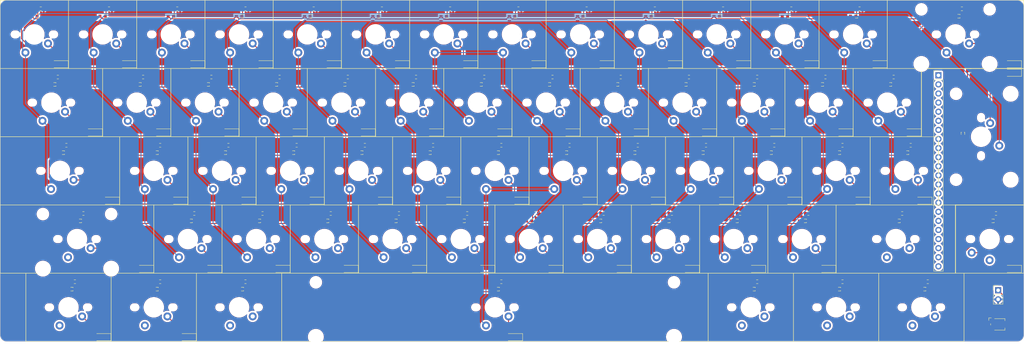
<source format=kicad_pcb>
(kicad_pcb (version 20221018) (generator pcbnew)
  (title_block (title "Decent400 keyboard") (date "2023-11-14") (rev "1") (company "Decent Consuting"))
  (layers (0 "F.Cu" signal) (31 "B.Cu" signal) (34 "B.Paste" user) (35 "F.Paste" user) (36 "B.SilkS" user "B.Silkscreen") (37 "F.SilkS" user "F.Silkscreen") (38 "B.Mask" user) (39 "F.Mask" user) (44 "Edge.Cuts" user))
  (net 0 "")
  (net 1 "ROW_1")
  (net 2 "Net-(D1-A)")
  (net 3 "ROW_5")
  (net 4 "Net-(D2-A)")
  (net 5 "ROW_8")
  (net 6 "Net-(D3-A)")
  (net 7 "Net-(D4-A)")
  (net 8 "ROW_2")
  (net 9 "Net-(D5-A)")
  (net 10 "ROW_3")
  (net 11 "Net-(D6-A)")
  (net 12 "ROW_4")
  (net 13 "Net-(D7-A)")
  (net 14 "ROW_7")
  (net 15 "Net-(D8-A)")
  (net 16 "Net-(D9-A)")
  (net 17 "ROW_6")
  (net 18 "Net-(D10-A)")
  (net 19 "Net-(D11-A)")
  (net 20 "Net-(D12-A)")
  (net 21 "Net-(D13-A)")
  (net 22 "Net-(D14-A)")
  (net 23 "Net-(D15-A)")
  (net 24 "Net-(D16-A)")
  (net 25 "Net-(D17-A)")
  (net 26 "Net-(D18-A)")
  (net 27 "Net-(D19-A)")
  (net 28 "Net-(D20-A)")
  (net 29 "Net-(D21-A)")
  (net 30 "Net-(D22-A)")
  (net 31 "Net-(D23-A)")
  (net 32 "Net-(D24-A)")
  (net 33 "Net-(D25-A)")
  (net 34 "Net-(D26-A)")
  (net 35 "Net-(D27-A)")
  (net 36 "Net-(D28-A)")
  (net 37 "Net-(D29-A)")
  (net 38 "Net-(D30-A)")
  (net 39 "Net-(D31-A)")
  (net 40 "Net-(D32-A)")
  (net 41 "Net-(D33-A)")
  (net 42 "Net-(D34-A)")
  (net 43 "Net-(D35-A)")
  (net 44 "Net-(D36-A)")
  (net 45 "Net-(D37-A)")
  (net 46 "Net-(D38-A)")
  (net 47 "Net-(D39-A)")
  (net 48 "Net-(D40-A)")
  (net 49 "Net-(D41-A)")
  (net 50 "Net-(D42-A)")
  (net 51 "Net-(D43-A)")
  (net 52 "Net-(D44-A)")
  (net 53 "Net-(D45-A)")
  (net 54 "Net-(D46-A)")
  (net 55 "Net-(D47-A)")
  (net 56 "Net-(D48-A)")
  (net 57 "Net-(D49-A)")
  (net 58 "Net-(D50-A)")
  (net 59 "Net-(D51-A)")
  (net 60 "Net-(D52-A)")
  (net 61 "Net-(D53-A)")
  (net 62 "Net-(D54-A)")
  (net 63 "Net-(D55-A)")
  (net 64 "Net-(D56-A)")
  (net 65 "COL_9")
  (net 66 "COL_1")
  (net 67 "COL_2")
  (net 68 "COL_3")
  (net 69 "COL_4")
  (net 70 "COL_5")
  (net 71 "COL_6")
  (net 72 "COL_7")
  (net 73 "COL_8")
  (net 74 "GND")
  (net 75 "START")
  (net 76 "SELECT")
  (net 77 "OPTION")
  (net 78 "RESET")
  (net 79 "5V")
  (net 80 "LED_GND")
  (net 81 "Net-(R1-Pad1)")
  (net 82 "Net-(R2-Pad1)")
  (net 83 "Net-(R4-Pad1)")
  (net 84 "Net-(R5-Pad1)")
  (net 85 "Net-(R6-Pad1)")
  (net 86 "Net-(R7-Pad1)")
  (net 87 "Net-(R8-Pad1)")
  (net 88 "Net-(R9-Pad1)")
  (net 89 "Net-(R10-Pad1)")
  (net 90 "Net-(R11-Pad1)")
  (net 91 "Net-(R12-Pad1)")
  (net 92 "Net-(R13-Pad1)")
  (net 93 "Net-(R14-Pad1)")
  (net 94 "Net-(R15-Pad1)")
  (net 95 "Net-(R16-Pad1)")
  (net 96 "Net-(R17-Pad1)")
  (net 97 "Net-(R18-Pad1)")
  (net 98 "Net-(R19-Pad1)")
  (net 99 "Net-(R20-Pad1)")
  (net 100 "Net-(R21-Pad1)")
  (net 101 "Net-(R22-Pad1)")
  (net 102 "Net-(R23-Pad1)")
  (net 103 "Net-(R24-Pad1)")
  (net 104 "Net-(R25-Pad1)")
  (net 105 "Net-(R26-Pad1)")
  (net 106 "Net-(R27-Pad1)")
  (net 107 "Net-(R28-Pad1)")
  (net 108 "Net-(R29-Pad1)")
  (net 109 "Net-(R30-Pad1)")
  (net 110 "Net-(R31-Pad1)")
  (net 111 "Net-(R32-Pad1)")
  (net 112 "Net-(R33-Pad1)")
  (net 113 "Net-(R34-Pad1)")
  (net 114 "Net-(R35-Pad1)")
  (net 115 "Net-(R36-Pad1)")
  (net 116 "Net-(R37-Pad1)")
  (net 117 "Net-(R38-Pad1)")
  (net 118 "Net-(R39-Pad1)")
  (net 119 "Net-(R40-Pad1)")
  (net 120 "Net-(R41-Pad1)")
  (net 121 "Net-(R42-Pad1)")
  (net 122 "Net-(R43-Pad1)")
  (net 123 "Net-(R44-Pad1)")
  (net 124 "Net-(R45-Pad1)")
  (net 125 "Net-(R46-Pad1)")
  (net 126 "Net-(R47-Pad1)")
  (net 127 "Net-(R48-Pad1)")
  (net 128 "Net-(R49-Pad1)")
  (net 129 "Net-(R50-Pad1)")
  (net 130 "Net-(R51-Pad1)")
  (net 131 "Net-(R52-Pad1)")
  (net 132 "Net-(R53-Pad1)")
  (net 133 "Net-(R54-Pad1)")
  (net 134 "Net-(R55-Pad1)")
  (net 135 "Net-(R56-Pad1)")
  (net 136 "Net-(R57-Pad1)")
  (net 137 "Net-(R58-Pad1)")
  (net 138 "Net-(R61-Pad1)")
  (net 139 "Net-(R62-Pad1)")
  (net 140 "Net-(R63-Pad1)")
  (net 141 "Net-(R64-Pad1)")
  (net 142 "VCC_LED")
  (footprint "Library:MX-1-00U-LED" (layer "F.Cu") (at 66.675 42.545)
    (fp_text reference "SW2" hide)
    (fp_text value "2" hide)
  )
  (footprint "Library:D_SOD-123" (layer "F.Cu") (at 264.318972 55.959422 180)
    (fp_text reference "D44" hide)
    (fp_text value "1N4148W" hide)
  )
  (footprint "Library:R_0603_1608Metric" (layer "F.Cu") (at 201.811107 40.481284)
    (fp_text reference "R22" hide)
    (fp_text value "100" hide)
  )
  (footprint "Library:MX-1-75U-LED" (layer "F.Cu") (at 269.08125 99.695)
    (fp_text reference "SWRightSft1" hide)
    (fp_text value "Shift" hide)
  )
  (footprint "Library:D_SOD-123" (layer "F.Cu") (at 211.931428 113.10947 180)
    (fp_text reference "D26" hide)
    (fp_text value "1N4148W" hide)
  )
  (footprint "Library:R_0603_1608Metric" (layer "F.Cu") (at 73.223499 97.631332)
    (fp_text reference "R53" hide)
    (fp_text value "100" hide)
  )
  (footprint "Library:MX-1-00U-LED" (layer "F.Cu") (at 157.1625 80.645)
    (fp_text reference "SWH1" hide)
    (fp_text value "H" hide)
  )
  (footprint "Library:R_0603_1608Metric" (layer "F.Cu") (at 106.561027 40.481284)
    (fp_text reference "R23" hide)
    (fp_text value "100" hide)
  )
  (footprint "Library:R_0603_1608Metric" (layer "F.Cu") (at 216.098619 78.581316)
    (fp_text reference "R26" hide)
    (fp_text value "100" hide)
  )
  (footprint "Library:R_0603_1608Metric" (layer "F.Cu") (at 120.848539 78.581316)
    (fp_text reference "R27" hide)
    (fp_text value "100" hide)
  )
  (footprint "Library:R_0603_1608Metric" (layer "F.Cu") (at 97.036019 59.5313)
    (fp_text reference "R33" hide)
    (fp_text value "100" hide)
  )
  (footprint "Library:R_0603_1608Metric" (layer "F.Cu") (at 289.917431 57.745361)
    (fp_text reference "R56" hide)
    (fp_text value "100" hide)
  )
  (footprint "Library:MX-1-00U-LED" (layer "F.Cu") (at 142.875 42.545)
    (fp_text reference "SW6" hide)
    (fp_text value "6" hide)
  )
  (footprint "Library:MX-1-00U-LED" (layer "F.Cu") (at 61.9125 80.645)
    (fp_text reference "SWA1" hide)
    (fp_text value "A" hide)
  )
  (footprint "Library:D_SOD-123" (layer "F.Cu") (at 159.543884 75.009438 180)
    (fp_text reference "D7" hide)
    (fp_text value "1N4148W" hide)
  )
  (footprint "Library:MX-1-00U-LED" (layer "F.Cu") (at 147.6375 99.695)
    (fp_text reference "SWB1" hide)
    (fp_text value "B" hide)
  )
  (footprint "Library:D_SOD-123" (layer "F.Cu") (at 188.118908 55.959422 180)
    (fp_text reference "D12" hide)
    (fp_text value "1N4148W" hide)
  )
  (footprint "Library:R_0603_1608Metric" (layer "F.Cu") (at 35.123467 59.5313)
    (fp_text reference "R57" hide)
    (fp_text value "100" hide)
  )
  (footprint "Library:MX-1-00U-LED" (layer "F.Cu") (at 28.575 42.545)
    (fp_text reference "SWEsc1" hide)
    (fp_text value "Esc" hide)
  )
  (footprint "Library:MX-1-25U-LED" (layer "F.Cu") (at 38.1 118.745)
    (fp_text reference "SWCtl1" hide)
    (fp_text value "Control" hide)
  )
  (footprint "Library:MX-1-00U-LED" (layer "F.Cu") (at 209.55 61.595)
    (fp_text reference "SWO1" hide)
    (fp_text value "O" hide)
  )
  (footprint "Library:R_0603_1608Metric" (layer "F.Cu") (at 278.011171 116.681348)
    (fp_text reference "R63" hide)
    (fp_text value "100" hide)
  )
  (footprint "Library:D_SOD-123" (layer "F.Cu") (at 259.556468 94.059454 180)
    (fp_text reference "D40" hide)
    (fp_text value "1N4148W" hide)
  )
  (footprint "Library:MX-1-00U-LED" (layer "F.Cu") (at 76.2 61.595)
    (fp_text reference "SWW1" hide)
    (fp_text value "W" hide)
  )
  (footprint "Library:MX-1-00U-LED" (layer "F.Cu") (at 180.975 42.545)
    (fp_text reference "SW8" hide)
    (fp_text value "8" hide)
  )
  (footprint "Library:R_0603_1608Metric" (layer "F.Cu") (at 82.748507 78.581316)
    (fp_text reference "R43" hide)
    (fp_text value "100" hide)
  )
  (footprint "Library:D_SOD-123" (layer "F.Cu") (at 71.43756 132.159486 180)
    (fp_text reference "D1" hide)
    (fp_text value "1N4148W" hide)
  )
  (footprint "Library:D_SOD-123" (layer "F.Cu") (at 178.5939 75.009438 180)
    (fp_text reference "D6" hide)
    (fp_text value "1N4148W" hide)
  )
  (footprint "Library:D_SOD-123" (layer "F.Cu") (at 135.731364 113.10947 180)
    (fp_text reference "D27" hide)
    (fp_text value "1N4148W" hide)
  )
  (footprint "Library:R_0603_1608Metric" (layer "F.Cu") (at 149.423563 97.631332)
    (fp_text reference "R21" hide)
    (fp_text value "100" hide)
  )
  (footprint "Library:D_SOD-123" (layer "F.Cu") (at 126.206356 94.059454 180)
    (fp_text reference "D25" hide)
    (fp_text value "1N4148W" hide)
  )
  (footprint "Library:D_SOD-123" (layer "F.Cu") (at 92.868828 55.959422 180)
    (fp_text reference "D29" hide)
    (fp_text value "1N4148W" hide)
  )
  (footprint "Library:MX-1-25U-LED" (layer "F.Cu") (at 276.225 118.745)
    (fp_text reference "SWOption1" hide)
    (fp_text value "Option" hide)
  )
  (footprint "Library:R_0603_1608Metric" (layer "F.Cu") (at 268.486163 59.5313)
    (fp_text reference "R48" hide)
    (fp_text value "100" hide)
  )
  (footprint "Library:D_SOD-123" (layer "F.Cu") (at 221.456436 94.059454 180)
    (fp_text reference "D24" hide)
    (fp_text value "1N4148W" hide)
  )
  (footprint "Library:D_SOD-123" (layer "F.Cu") (at 116.681348 113.10947 180)
    (fp_text reference "D35" hide)
    (fp_text value "1N4148W" hide)
  )
  (footprint "Library:MX-6-25U-LED" (layer "F.Cu") (at 157.1625 118.745)
    (fp_text reference "SWSpc1" hide)
    (fp_text value "Space" hide)
  )
  (footprint "Library:MX-ISO-RETURN" (layer "F.Cu") (at 287.81325 76.2)
    (fp_text reference "SWRet1")
    (fp_text value "Return")
  )
  (footprint "Library:MX-1-00U-LED" (layer "F.Cu") (at 166.6875 99.695)
    (fp_text reference "SWN1" hide)
    (fp_text value "N" hide)
  )
  (footprint "Library:D_SOD-123" (layer "F.Cu") (at 50.006292 94.059454 180)
    (fp_text reference "D56" hide)
    (fp_text value "1N4148W" hide)
  )
  (footprint "Library:R_0603_1608Metric" (layer "F.Cu") (at 225.623627 97.631332)
    (fp_text reference "R36" hide)
    (fp_text value "100" hide)
  )
  (footprint "Library:R_0603_1608Metric" (layer "F.Cu") (at 230.386131 59.5313)
    (fp_text reference "R32" hide)
    (fp_text value "100" hide)
  )
  (footprint "Library:R_0603_1608Metric" (layer "F.Cu") (at 287.536179 40.481284)
    (fp_text reference "R54" hide)
    (fp_text value "100" hide)
  )
  (footprint "Library:R_0603_1608Metric" (layer "F.Cu") (at 197.048603 78.581316)
    (fp_text reference "R18" hide)
    (fp_text value "100" hide)
  )
  (footprint "Library:D_SOD-123" (layer "F.Cu") (at 150.018876 55.959422 180)
    (fp_text reference "D5" hide)
    (fp_text value "1N4148W" hide)
  )
  (footprint "Library:R_0603_1608Metric" (layer "F.Cu") (at 297.061187 97.631332)
    (fp_text reference "R52" hide)
    (fp_text value "100" hide)
  )
  (footprint "Library:D_SOD-123" (layer "F.Cu") (at 207.168924 55.959422 180)
    (fp_text reference "D20" hide)
    (fp_text value "1N4148W" hide)
  )
  (footprint "Library:MX-1-25U-LED" (layer "F.Cu") (at 228.6 118.745)
    (fp_text reference "SWStart1" hide)
    (fp_text value "Start" hide)
  )
  (footprint "Library:MX-1-00U-LED" (layer "F.Cu") (at 214.3125 80.645)
    (fp_text reference "SWL1" hide)
    (fp_text value "L" hide)
  )
  (footprint "Library:R_0603_1608Metric" (layer "F.Cu") (at 125.611043 40.481284)
    (fp_text reference "R15" hide)
    (fp_text value "100" hide)
  )
  (footprint "Library:D_SOD-123" (layer "F.Cu") (at 301.823691 113.10947 180)
    (fp_text reference "D50" hide)
    (fp_text value "1N4148W" hide)
  )
  (footprint "Library:R_0603_1608Metric" (layer "F.Cu") (at 158.948571 116.681348)
    (fp_text reference "R13" hide)
    (fp_text value "100" hide)
  )
  (footprint "Library:D_SOD-123" (layer "F.Cu") (at 202.40642 94.059454 180)
    (fp_text reference "D16" hide)
    (fp_text value "1N4148W" hide)
  )
  (footprint "Library:MX-1-00U-LED" (layer "F.Cu") (at 57.15 61.595)
    (fp_text reference "SWQ1" hide)
    (fp_text value "Q" hide)
  )
  (footprint "Library:D_SOD-123" (layer "F.Cu") (at 192.881412 113.10947 180)
    (fp_text reference "D18" hide)
    (fp_text value "1N4148W" hide)
  )
  (footprint "Library:R_0603_1608Metric" (layer "F.Cu") (at 206.573611 97.631332)
    (fp_text reference "R28" hide)
    (fp_text value "100" hide)
  )
  (footprint "Library:MX-1-25U-LED" (layer "F.Cu") (at 85.725 118.745)
    (fp_text reference "SWReset1" hide)
    (fp_text value "Reset" hide)
  )
  (footprint "Library:D_SOD-123" (layer "F.Cu") (at 301.823691 55.959422 180)
    (fp_text reference "D52" hide)
    (fp_text value "1N4148W" hide)
  )
  (footprint "Library:MX-1-00U-LED" (layer "F.Cu") (at 119.0625 80.645)
    (fp_text reference "SWF1" hide)
    (fp_text value "F" hide)
  )
  (footprint "Library:MX-1-00U-LED" (layer "F.Cu") (at 247.65 61.595)
    (fp_text reference "SWDash1" hide)
    (fp_text value "Dash" hide)
  )
  (footprint "Library:D_SOD-123" (layer "F.Cu") (at 169.068892 55.959422 180)
    (fp_text reference "D4" hide)
    (fp_text value "1N4148W" hide)
  )
  (footprint "Library:R_0603_1608Metric" (layer "F.Cu") (at 163.711075 40.481284)
    (fp_text reference "R6" hide)
    (fp_text value "100" hide)
  )
  (footprint "Library:R_0603_1608Metric" (layer "F.Cu") (at 239.911139 40.481284)
    (fp_text reference "R38" hide)
    (fp_text value "100" hide)
  )
  (footprint "Library:R_0603_1608Metric" (layer "F.Cu") (at 87.511011 116.681348)
    (fp_text reference "R64" hide)
    (fp_text value "100" hide)
  )
  (footprint "Library:D_SOD-123" (layer "F.Cu") (at 240.506452 94.059454 180)
    (fp_text reference "D32" hide)
    (fp_text value "1N4148W" hide)
  )
  (footprint "Library:R_0603_1608Metric" (layer "F.Cu") (at 254.198651 78.581316)
    (fp_text reference "R42" hide)
    (fp_text value "100" hide)
  )
  (footprint "Library:D_SOD-123" (layer "F.Cu") (at 145.256372 94.059454 180)
    (fp_text reference "D17" hide)
    (fp_text value "1N4148W" hide)
  )
  (footprint "Library:MX-1-00U-LED" (layer "F.Cu") (at 271.4625 80.645)
    (fp_text reference "SWStar1" hide)
    (fp_text value "Star" hide)
  )
  (footprint "Library:D_SOD-123" (layer "F.Cu") (at 73.818812 55.959422 180)
    (fp_text reference "D37" hide)
    (fp_text value "1N4148W" hide)
  )
  (footprint "Library:R_0603_1608Metric" (layer "F.Cu") (at 87.511011 40.481284)
    (fp_text reference "R31" hide)
    (fp_text value "100" hide)
  )
  (footprint "Library:MX-1-00U-LED" (layer "F.Cu") (at 233.3625 80.645)
    (fp_text reference "SWSemi1" hide)
    (fp_text value "Semicolon" hide)
  )
  (footprint "Library:MX-1-00U-LED" (layer "F.Cu") (at 228.6 61.595)
    (fp_text reference "SWP1" hide)
    (fp_text value "P" hide)
  )
  (footprint "Library:MX-1-00U-LED" (layer "F.Cu") (at 223.8375 99.695)
    (fp_text reference "SWPeriod1" hide)
    (fp_text value "Period" hide)
  )
  (footprint "Potentiometer_SMD:Potentiometer_Bourns_TC33X_Vertical" (layer "F.Cu") (at 297.65625 128.5875)
    (fp_text reference "RV1" hide)
    (fp_text value "R_Potentiometer" hide)
  )
  (footprint "Library:R_0603_1608Metric" (layer "F.Cu") (at 130.373547 97.631332)
    (fp_text reference "R29" hide)
    (fp_text value "100" hide)
  )
  (footprint "Library:D_SOD-123" (layer "F.Cu") (at 121.443852 75.009438 180)
    (fp_text reference "D23" hide)
    (fp_text value "1N4148W" hide)
  )
  (footprint "Library:R_0603_1608Metric" (layer "F.Cu") (at 254.198651 116.681348)
    (fp_text reference "R62" hide)
    (fp_text value "100" hide)
  )
  (footprint "Library:MX-1-00U-LED" (layer "F.Cu") (at 176.2125 80.645)
    (fp_text reference "SWJ1" hide)
    (fp_text value "J" hide)
  )
  (footprint "Library:MX-2-00U-LED" (layer "F.Cu") (at 285.75 42.545)
    (fp_text reference "SWDel1" hide)
    (fp_text value "Del" hide)
  )
  (footprint "Library:D_SOD-123" (layer "F.Cu") (at 83.34382 75.009438 180)
    (fp_text reference "D39" hide)
    (fp_text value "1N4148W" hide)
  )
  (footprint "Library:R_0603_1608Metric" (layer "F.Cu") (at 77.986003 59.5313)
    (fp_text reference "R41" hide)
    (fp_text value "100" hide)
  )
  (footprint "Library:MX-1-00U-LED" (layer "F.Cu") (at 161.925 42.545)
    (fp_text reference "SW7" hide)
    (fp_text value "7" hide)
  )
  (footprint "Library:D_SOD-123" (layer "F.Cu") (at 197.643916 75.009438 180)
    (fp_text reference "D14" hide)
    (fp_text value "1N4148W" hide)
  )
  (footprint "Library:D_SOD-123" (layer "F.Cu") (at 173.831396 113.10947 180)
    (fp_text reference "D8" hide)
    (fp_text value "1N4148W" hide)
  )
  (footprint "Library:D_SOD-123" (layer "F.Cu") (at 102.393836 75.009438 180)
    (fp_text reference "D31" hide)
    (fp_text value "1N4148W" hide)
  )
  (footprint "Library:R_0603_1608Metric" (layer "F.Cu") (at 39.885971 116.681348)
    (fp_text reference "R2" hide)
    (fp_text value "100" hide)
  )
  (footprint "Library:D_SOD-123" (layer "F.Cu") (at 162.520449 132.159486 180)
    (fp_text reference "D11" hide)
    (fp_text value "1N4148W" hide)
  )
  (footprint "Library:R_0603_1608Metric" (layer "F.Cu") (at 273.248667 78.581316)
    (fp_text reference "R50" hide)
    (fp_text value "100" hide)
  )
  (footprint "Library:D_SOD-123" (layer "F.Cu") (at 164.306388 94.059454 180)
    (fp_text reference "D10" hide)
    (fp_text value "1N4148W" hide)
  )
  (footprint "Library:R_0603_1608Metric" (layer "F.Cu") (at 158.948571 78.581316)
    (fp_text reference "R12" hide)
    (fp_text value "100" hide)
  )
  (footprint "Library:D_SOD-123" (layer "F.Cu") (at 88.106324 94.059454 180)
    (fp_text reference "D41" hide)
    (fp_text value "1N4148W" hide)
  )
  (footprint "Library:R_0603_1608Metric" (layer "F.Cu") (at 92.273515 97.631332)
    (fp_text reference "R45" hide)
    (fp_text value "100" hide)
  )
  (footprint "Library:R_0603_1608Metric" (layer "F.Cu") (at 63.698491 78.581316)
    (fp_text reference "R51" hide)
    (fp_text value "100" hide)
  )
  (footprint "Library:D_SOD-123" (layer "F.Cu") (at 245.268956 55.959422 180)
    (fp_text reference "D36" hide)
    (fp_text value "1N4148W" hide)
  )
  (footprint "Library:R_0603_1608Metric" (layer "F.Cu") (at 270.867415 97.631332)
    (fp_text reference "R5" hide)
    (fp_text value "100" hide)
  )
  (footprint "Library:R_0603_1608Metric" (layer "F.Cu") (at 101.798523 78.581316)
    (fp_text reference "R35" hide)
    (fp_text value "100" hide)
  )
  (footprint "Library:MX-1-00U-LED" (layer "F.Cu") (at 195.2625 80.645)
    (fp_text reference "SWK1" hide)
    (fp_text value "K" hide)
  )
  (footprint "Library:MX-1-00U-LED" (layer "F.Cu") (at 123.825 42.545)
    (fp_text reference "SW5" hide)
    (fp_text value "5" hide)
  )
  (footprint "Library:R_0603_1608Metric" (layer "F.Cu") (at 42.267223 97.631332)
    (fp_text reference "R4" hide)
    (fp_text value "100" hide)
  )
  (footprint "Library:MX-1-00U-LED" (layer "F.Cu") (at 104.775 42.545)
    (fp_text reference "SW4" hide)
    (fp_text value "4" hide)
  )
  (footprint "Library:R_0603_1608Metric" (layer "F.Cu") (at 68.460995 40.481284)
    (fp_text reference "R39" hide)
    (fp_text value "100" hide)
  )
  (footprint "Library:MX-1-50U-LED" (layer "F.Cu") (at 33.3375 61.595)
    (fp_text reference "SWTab1" hide)
    (fp_text value "Tab" hide)
  )
  (footprint "Library:D_SOD-123" (layer "F.Cu") (at 235.743948 75.009438 180)
    (fp_text reference "D30" hide)
    (fp_text value "1N4148W" hide)
  )
  (footprint "Library:MX-1-00U-LED" (layer "F.Cu") (at 90.4875 99.695)
    (fp_text reference "SWX1" hide)
    (fp_text value "X" hide)
  )
  (footprint "Library:D_SOD-123" (layer "F.Cu") (at 35.71878 55.959422 180)
    (fp_text reference "D53" hide)
    (fp_text value "1N4148W" hide)
  )
  (footprint "Library:D_SOD-123" (layer "F.Cu") (at 45.243788 75.009438 180)
    (fp_text reference "D55" hide)
    (fp_text value "1N4148W" hide)
  )
  (footprint "Library:MX-1-00U-LED" (layer "F.Cu") (at 185.7375 99.695)
    (fp_text reference "SWM1" hide)
    (fp_text value "M" hide)
  )
  (footprint "Library:R_0603_1608Metric" (layer "F.Cu") (at 168.473579 97.631332)
    (fp_text reference "R10" hide)
    (fp_text value "100" hide)
  )
  (footprint "Library:D_SOD-123" (layer "F.Cu") (at 64.293804 75.009438 180)
    (fp_text reference "D47" hide)
    (fp_text value "1N4148W" hide)
  )
  (footprint "Library:MX-1-00U-LED" (layer "F.Cu") (at 242.8875 99.695)
    (fp_text reference "SWSlash1" hide)
    (fp_text value "Slash" hide)
  )
  (footprint "Library:MX-2-25U-LED" (layer "F.Cu") (at 40.48125 99.695)
    (fp_text reference "SWLeftSft1" hide)
    (fp_text value "Shift" hide)
  )
  (footprint "Library:MX-1-00U-LED" (layer "F.Cu") (at 71.4375 99.695)
    (fp_text reference "SWZ1" hide)
    (fp_text value "Z" hide)
  )
  (footprint "Library:MX-1-00U-LED" (layer "F.Cu") (at 138.1125 80.645)
    (fp_text reference "SWG1" hide)
    (fp_text value "G" hide)
  )
  (footprint "Library:R_0603_1608Metric" (layer "F.Cu") (at 192.286099 59.5313)
    (fp_text reference "R16" hide)
    (fp_text value "100" hide)
  )
  (footprint "Library:D_SOD-123" (layer "F.Cu") (at 140.493868 75.009438 180)
    (fp_text reference "D15" hide)
    (fp_text value "1N4148W" hide)
  )
  (footprint "Library:R_0603_1608Metric" (layer "F.Cu") (at 220.861123 40.481284)
    (fp_text reference "R30" hide)
    (fp_text value "100" hide)
  )
  (footprint "Library:R_0603_1608Metric" (layer "F.Cu") (at 173.236083 59.5313)
    (fp_text reference "R8" hide)
    (fp_text value "100" hide)
  )
  (footprint "Library:MX-1-00U-LED" (layer "F.Cu") (at 266.7 61.595)
    (fp_text reference "SWEqual1" hide)
    (fp_text value "Equal" hide)
  )
  (footprint "Library:MX-1-00U-LED" (layer "F.Cu") (at 171.45 61.595)
    (fp_text reference "SWU1" hide)
    (fp_text value "U" hide)
  )
  (footprint "Library:MX-1-00U-LED" (layer "F.Cu") (at 95.25 61.595)
    (fp_text reference "SWE1" hide)
    (fp_text value "E" hide)
  )
  (footprint "Library:R_0603_1608Metric" (layer "F.Cu") (at 258.961155 40.481284)
    (fp_text reference "R46" hide)
    (fp_text value "100" hide)
  )
  (footprint "Library:MX-1-00U-LED" (layer "F.Cu") (at 133.35 61.595)
    (fp_text reference "SWT1" hide)
    (fp_text value "T" hide)
  )
  (footprint "Library:D_SOD-123" (layer "F.Cu") (at 59.5313 113.10947 180)
    (fp_text reference "D3" hide)
    (fp_text value "1N4148W" hide)
  )
  (footprint "Library:D_SOD-123" (layer "F.Cu") (at 130.96886 55.959422 180)
    (fp_text reference "D13" hide)
    (fp_text value "1N4148W" hide)
  )
  (footprint "Library:R_0603_1608Metric" (layer "F.Cu") (at 211.336115 59.5313)
    (fp_text reference "R24" hide)
    (fp_text value "100" hide)
  )
  (footprint "Library:R_0603_1608Metric" (layer "F.Cu") (at 144.661059 40.481284)
    (fp_text reference "R7" hide)
    (fp_text value "100" hide)
  )
  (footprint "Library:MX-1-00U-LED" (layer "F.Cu") (at 238.125 42.545)
    (fp_text reference "SWLT1" hide)
    (fp_text value "LessThan" hide)
  )
  (footprint "Library:R_0603_1608Metric" (layer "F.Cu") (at 230.386131 116.681348)
    (fp_text reference "R61" hide)
    (fp_text value "100" hide)
  )
  (footprint "Library:D_SOD-123" (layer "F.Cu") (at 226.21894 55.959422 180)
    (fp_text reference "D28" hide)
    (fp_text value "1N4148W" hide)
  )
  (footprint "Library:R_0603_1608Metric" (layer "F.Cu") (at 63.698491 116.681348)
    (fp_text reference "R1" hide)
    (fp_text value "100" hide)
  )
  (footprint "Library:D_SOD-123" (layer "F.Cu") (at 47.62504 132.159486 180)
    (fp_text reference "D2" hide)
    (fp_text value "1N4148W" hide)
  )
  (footprint "Library:D_SOD-123" (layer "F.Cu") (at 301.823691 58.340674 180)
    (fp_text reference "D54" hide)
    (fp_text value "1N4148W" hide)
  )
  (footprint "Library:R_0603_1608Metric" (layer "F.Cu") (at 37.504719 78.581316)
    (fp_text reference "R58" hide)
    (fp_text value "100" hide)
  )
  (footprint "Library:D_SOD-123" (layer "F.Cu") (at 107.15634 94.059454 180)
    (fp_text reference "D33" hide)
    (fp_text value "1N4148W" hide)
  )
  (footprint "Library:R_0603_1608Metric" (layer "F.Cu") (at 30.360963 40.481284)
    (fp_text reference "R55" hide)
    (fp_text value "100" hide)
  )
  (footprint "Library:D_SOD-123" (layer "F.Cu") (at 97.631332 113.10947 180)
    (fp_text reference "D43" hide)
    (fp_text value "1N4148W" hide)
  )
  (footprint "Library:D_SOD-123" (layer "F.Cu") (at 254.793964 75.009438 180)
    (fp_text reference "D38" hide)
    (fp_text value "1N4148W" hide)
  )
  (footprint "Library:D_SOD-123" (layer "F.Cu") (at 69.056308 94.059454 180)
    (fp_text reference "D49" hide)
    (fp_text value "1N4148W" hide)
  )
  (footprint "Library:R_0603_1608Metric" (layer "F.Cu") (at 154.186067 59.5313)
    (fp_text reference "R9" hide)
    (fp_text value "100" hide)
  )
  (footprint "Library:Choc-1-00U-LED" (layer "F.Cu") (at 295.275 99.695)
    (fp_text reference "SWInv1" hide)
    (fp_text value "Atari" hide)
  )
  (footprint "Library:D_SOD-123" (layer "F.Cu") (at 111.918844 55.959422 180)
    (fp_text reference "D21" hide)
    (fp_text value "1N4148W" hide)
  )
  (footprint "Library:MX-1-00U-LED" (layer "F.Cu") (at 128.5875 99.695)
    (fp_text reference "SWV1" hide)
    (fp_text value "V" hide)
  )
  (footprint "Library:D_SOD-123" (layer "F.Cu") (at 54.768796 55.959422 180)
    (fp_text reference "D45" hide)
    (fp_text value "1N4148W" hide)
  )
  (footprint "Library:MX-1-00U-LED" (layer "F.Cu") (at 152.4 61.595)
    (fp_text reference "SWY1" hide)
    (fp_text value "Y" hide)
  )
  (footprint "Library:D_SOD-123" (layer "F.Cu") (at 230.386131 113.10947 180)
    (fp_text reference "D34" hide)
    (fp_text value "1N4148W" hide)
  )
  (footprint "Library:MX-1-00U-LED" (layer "F.Cu") (at 100.0125 80.645)
    (fp_text reference "SWD1" hide)
    (fp_text value "D" hide)
  )
  (footprint "Library:MX-1-00U-LED" (layer "F.Cu") (at 47.625 42.545)
    (fp_text reference "SW1" hide)
    (fp_text value "1" hide)
  )
  (footprint "Library:R_0603_1608Metric" (layer "F.Cu") (at 116.086035 59.5313)
    (fp_text reference "R25" hide)
    (fp_text value "100" hide)
  )
  (footprint "Library:R_0603_1608Metric" (layer "F.Cu") (at 187.523595 97.631332)
    (fp_text reference "R20" hide)
    (fp_text value "100" hide)
  )
  (footprint "Library:MX-1-00U-LED" (layer "F.Cu") (at 200.025 42.545)
    (fp_text reference "SW9" hide)
    (fp_text value "9" hide)
  )
  (footprint "Library:D_SOD-123" (layer "F.Cu") (at 273.84398 75.009438 180)
    (fp_text reference "D46" hide)
    (fp_text value "1N4148W" hide)
  )
  (footprint "Library:R_0603_1608Metric" (layer "F.Cu") (at 135.136051 59.5313)
    (fp_text reference "R17" hide)
    (fp_text value "100" hide)
  )
  (footprint "Library:MX-1-25U-LED" (layer "F.Cu") (at 252.4125 118.745)
    (fp_text reference "SWSelect1" hide)
    (fp_text value "Select" hide)
  )
  (footprint "Library:MX-1-75U-LED" (layer "F.Cu") (at 35.71875 80.645)
    (fp_text reference "SWCps1" hide)
    (fp_text value "Caps" hide)
  )
  (footprint "Library:MX-1-00U-LED" (layer "F.Cu") (at 257.175 42.545)
    (fp_text reference "SWGT1" hide)
    (fp_text value "GreaterThan" hide)
  )
  (footprint "Library:MX-1-00U-LED" (layer "F.Cu") (at 109.5375 99.695)
    (fp_text reference "SWC1" hide)
    (fp_text value "C" hide)
  )
  (footprint "Library:MX-1-00U-LED" (layer "F.Cu") (at 219.075 42.545)
    (fp_text reference "SW0" hide)
    (fp_text value "0" hide)
  )
  (footprint "Library:R_0603_1608Metric" (layer "F.Cu") (at 235.148635 78.581316)
    (fp_text reference "R34" hide)
    (fp_text value "100" hide)
  )
  (footprint "Library:R_0603_1608Metric" (layer "F.Cu") (at 244.673643 97.631332)
    (fp_text reference "R44" hide)
    (fp_text value "100" hide)
  )
  (footprint "Library:R_0603_1608Metric" (layer "F.Cu") (at 111.323531 97.631332)
    (fp_text reference "R37" hide)
    (fp_text value "100" hide)
  )
  (footprint "Library:R_0603_1608Metric" (layer "F.Cu") (at 139.898555 78.581316)
    (fp_text reference "R19" hide)
    (fp_text value "100" hide)
  )
  (footprint "Library:D_SOD-123" (layer "F.Cu") (at 183.356404 94.059454 180)
    (fp_text reference "D9" hide)
    (fp_text value "1N4148W" hide)
  )
  (footprint "Library:MX-1-00U-LED" (layer "F.Cu") (at 85.725 42.545)
    (fp_text reference "SW3" hide)
    (fp_text value "3" hide)
  )
  (footprint "Library:MX-1-00U-LED" (layer "F.Cu") (at 204.7875 99.695)
    (fp_text reference "SWComma1" hide)
    (fp_text value "Comma" hide)
  )
  (footprint "Connector_PinHeader_2.54mm:PinHeader_1x02_P2.54mm_Vertical" (layer "F.Cu") (at 297.65625 119.0625)
    (fp_text reference "J2" hide)
    (fp_text value "Conn_01x02_Pin" hide)
  )
  (footprint "Library:D_SOD-123" (layer "F.Cu") (at 216.693932 75.009438 180)
    (fp_text reference "D22" hide)
    (fp_text value "1N4148W" hide)
  )
  (footprint "Library:D_SOD-123" (layer "F.Cu") (at 276.820545 94.059454 180)
    (fp_text reference "D48" hide)
    (fp_text value "1N4148W" hide)
  )
  (footprint "Library:MX-1-00U-LED" (layer "F.Cu") (at 114.3 61.595)
    (fp_text reference "SWR1" hide)
    (fp_text value "R" hide)
  )
  (footprint "Connector_PinHeader_2.54mm:PinHeader_1x22_P2.54mm_Vertical" (layer "F.Cu") (at 280.9875 59.05)
    (fp_text reference "J1" hide)
    (fp_text value "Conn_01x22" hide)
  )
  (footprint "Library:R_0603_1608Metric" (layer "F.Cu") (at 182.761091 40.481284)
    (fp_text reference "R14" hide)
    (fp_text value "100" hide)
  )
  (footprint "Library:R_0603_1608Metric" (layer "F.Cu") (at 249.436147 59.5313)
    (fp_text reference "R40" hide)
    (fp_text value "100" hide)
  )
  (footprint "Library:MX-1-00U-LED" (layer "F.Cu") (at 190.5 61.595)
    (fp_text reference "SWI1" hide)
    (fp_text value "I" hide)
  )
  (footprint "Library:R_0603_1608Metric" (layer "F.Cu") (at 58.935987 59.5313)
    (fp_text reference "R49" hide)
    (fp_text value "100" hide)
  )
  (footprint "Library:D_SOD-123" (layer "F.Cu") (at 78.581316 113.10947 180)
    (fp_text reference "D51" hide)
    (fp_text value "1N4148W" hide)
  )
  (footprint "Library:R_0603_1608Metric" (layer "F.Cu") (at 49.410979 40.481284)
    (fp_text reference "R47" hide)
    (fp_text value "100" hide)
  )
  (footprint "Library:MX-1-00U-LED" (layer "F.Cu") (at 252.4125 80.645)
    (fp_text reference "SWPlus1" hide)
    (fp_text value "Plus" hide)
  )
  (footprint "Library:D_SOD-123" (layer "F.Cu") (at 250.03146 113.10947 180)
    (fp_text reference "D42" hide)
    (fp_text value "1N4148W" hide)
  )
  (footprint "Library:MX-1-00U-LED" (layer "F.Cu") (at 80.9625 80.645)
    (fp_text reference "SWS1" hide)
    (fp_text value "S" hide)
  )
  (footprint "Library:D_SOD-123" (layer "F.Cu") (at 154.78138 113.10947 180)
    (fp_text reference "D19" hide)
    (fp_text value "1N4148W" hide)
  )
  (footprint "Library:MX-1-25U-LED" (layer "F.Cu") (at 61.9125 118.745)
    (fp_text reference "SWBrk1" hide)
    (fp_text value "Break" hide)
  )
  (footprint "Library:R_0603_1608Metric" (layer "F.Cu") (at 177.998587 78.581316)
    (fp_text reference "R11" hide)
    (fp_text value "100" hide)
  )
  (gr_line (start 26.19375 133.35) (end 26.193772 114.300096) (stroke (width 0.15)) (layer "F.SilkS"))
  (gr_line (start 304.8 38.1) (end 19.050016 38.100032) (stroke (width 0.15)) (layer "F.SilkS"))
  (gr_line (start 19.050016 38.100032) (end 19.05 114.3) (stroke (width 0.15)) (layer "F.SilkS"))
  (gr_arc (start 19.050016 39.885971) (mid 19.573105 38.623121) (end 20.835955 38.100032) (stroke (width 0.1)) (layer "Edge.Cuts"))
  (gr_arc (start 304.800256 131.564173) (mid 304.277167 132.827023) (end 303.014317 133.350112) (stroke (width 0.1)) (layer "Edge.Cuts"))
  (gr_line (start 303.014317 133.350112) (end 20.835955 133.350112) (stroke (width 0.1)) (layer "Edge.Cuts"))
  (gr_arc (start 303.014317 38.100032) (mid 304.277167 38.623121) (end 304.800256 39.885971) (stroke (width 0.1)) (layer "Edge.Cuts"))
  (gr_line (start 19.050016 131.564173) (end 19.050016 39.885971) (stroke (width 0.1)) (layer "Edge.Cuts"))
  (gr_line (start 20.835955 38.100032) (end 303.014317 38.100032) (stroke (width 0.1)) (layer "Edge.Cuts"))
  (gr_line (start 304.800256 39.885971) (end 304.800256 131.564173) (stroke (width 0.1)) (layer "Edge.Cuts"))
  (gr_arc (start 20.835955 133.350112) (mid 19.573105 132.827023) (end 19.050016 131.564173) (stroke (width 0.1)) (layer "Edge.Cuts"))
  (segment (start 227.86894 55.959422) (end 228.79394 56.884422) (width 0.25) (layer "F.Cu") (net 1))
  (segment (start 188.843908 56.884422) (end 189.768908 55.959422) (width 0.25) (layer "F.Cu") (net 1))
  (segment (start 189.768908 55.959422) (end 190.693908 56.884422) (width 0.25) (layer "F.Cu") (net 1))
  (segment (start 245.993956 56.884422) (end 246.918956 55.959422) (width 0.25) (layer "F.Cu") (net 1))
  (segment (start 208.818924 55.959422) (end 209.743924 56.884422) (width 0.25) (layer "F.Cu") (net 1))
  (segment (start 247.843956 56.884422) (end 265.043972 56.884422) (width 0.25) (layer "F.Cu") (net 1))
  (segment (start 226.94394 56.884422) (end 227.86894 55.959422) (width 0.25) (layer "F.Cu") (net 1))
  (segment (start 291.234269 43.72) (end 303.473691 55.959422) (width 0.25) (layer "F.Cu") (net 1))
  (segment (start 265.968972 55.959422) (end 278.208394 43.72) (width 0.25) (layer "F.Cu") (net 1))
  (segment (start 171.643892 56.884422) (end 188.843908 56.884422) (width 0.25) (layer "F.Cu") (net 1))
  (segment (start 265.043972 56.884422) (end 265.968972 55.959422) (width 0.25) (layer "F.Cu") (net 1))
  (segment (start 209.743924 56.884422) (end 226.94394 56.884422) (width 0.25) (layer "F.Cu") (net 1))
  (segment (start 228.79394 56.884422) (end 245.993956 56.884422) (width 0.25) (layer "F.Cu") (net 1))
  (segment (start 190.693908 56.884422) (end 207.893924 56.884422) (width 0.25) (layer "F.Cu") (net 1))
  (segment (start 246.918956 55.959422) (end 247.843956 56.884422) (width 0.25) (layer "F.Cu") (net 1))
  (segment (start 278.208394 43.72) (end 291.234269 43.72) (width 0.25) (layer "F.Cu") (net 1))
  (segment (start 170.718892 55.959422) (end 171.643892 56.884422) (width 0.25) (layer "F.Cu") (net 1))
  (segment (start 207.893924 56.884422) (end 208.818924 55.959422) (width 0.25) (layer "F.Cu") (net 1))
  (segment (start 65.7125 126.365) (end 69.78756 130.44006) (width 0.25) (layer "F.Cu") (net 2))
  (segment (start 69.78756 130.44006) (end 69.78756 132.159486) (width 0.25) (layer "F.Cu") (net 2))
  (segment (start 243.081452 94.984454) (end 260.281468 94.984454) (width 0.25) (layer "F.Cu") (net 3))
  (segment (start 222.181436 94.984454) (end 223.106436 94.059454) (width 0.25) (layer "F.Cu") (net 3))
  (segment (start 204.05642 94.059454) (end 204.98142 94.984454) (width 0.25) (layer "F.Cu") (net 3))
  (segment (start 185.931404 94.984454) (end 203.13142 94.984454) (width 0.25) (layer "F.Cu") (net 3))
  (segment (start 204.98142 94.984454) (end 222.181436 94.984454) (width 0.25) (layer "F.Cu") (net 3))
  (segment (start 260.281468 94.984454) (end 261.206468 94.059454) (width 0.25) (layer "F.Cu") (net 3))
  (segment (start 262.131468 94.984454) (end 277.545545 94.984454) (width 0.25) (layer "F.Cu") (net 3))
  (segment (start 242.156452 94.059454) (end 243.081452 94.984454) (width 0.25) (layer "F.Cu") (net 3))
  (segment (start 241.231452 94.984454) (end 242.156452 94.059454) (width 0.25) (layer "F.Cu") (net 3))
  (segment (start 277.545545 94.984454) (end 278.470545 94.059454) (width 0.25) (layer "F.Cu") (net 3))
  (segment (start 261.206468 94.059454) (end 262.131468 94.984454) (width 0.25) (layer "F.Cu") (net 3))
  (segment (start 203.13142 94.984454) (end 204.05642 94.059454) (width 0.25) (layer "F.Cu") (net 3))
  (segment (start 185.006404 94.059454) (end 185.931404 94.984454) (width 0.25) (layer "F.Cu") (net 3))
  (segment (start 224.031436 94.984454) (end 241.231452 94.984454) (width 0.25) (layer "F.Cu") (net 3))
  (segment (start 223.106436 94.059454) (end 224.031436 94.984454) (width 0.25) (layer "F.Cu") (net 3))
  (segment (start 45.97504 130.44004) (end 45.97504 132.159486) (width 0.25) (layer "F.Cu") (net 4))
  (segment (start 41.9 126.365) (end 45.97504 130.44004) (width 0.25) (layer "F.Cu") (net 4))
  (segment (start 118.331348 113.10947) (end 119.256348 114.03447) (width 0.25) (layer "F.Cu") (net 5))
  (segment (start 81.156316 114.03447) (end 98.356332 114.03447) (width 0.25) (layer "F.Cu") (net 5))
  (segment (start 79.306316 114.03447) (end 80.231316 113.10947) (width 0.25) (layer "F.Cu") (net 5))
  (segment (start 62.1063 114.03447) (end 79.306316 114.03447) (width 0.25) (layer "F.Cu") (net 5))
  (segment (start 117.406348 114.03447) (end 118.331348 113.10947) (width 0.25) (layer "F.Cu") (net 5))
  (segment (start 137.381364 113.10947) (end 138.306364 114.03447) (width 0.25) (layer "F.Cu") (net 5))
  (segment (start 100.206332 114.03447) (end 117.406348 114.03447) (width 0.25) (layer "F.Cu") (net 5))
  (segment (start 98.356332 114.03447) (end 99.281332 113.10947) (width 0.25) (layer "F.Cu") (net 5))
  (segment (start 119.256348 114.03447) (end 136.456364 114.03447) (width 0.25) (layer "F.Cu") (net 5))
  (segment (start 138.306364 114.03447) (end 155.50638 114.03447) (width 0.25) (layer "F.Cu") (net 5))
  (segment (start 155.50638 114.03447) (end 156.43138 113.10947) (width 0.25) (layer "F.Cu") (net 5))
  (segment (start 99.281332 113.10947) (end 100.206332 114.03447) (width 0.25) (layer "F.Cu") (net 5))
  (segment (start 80.231316 113.10947) (end 81.156316 114.03447) (width 0.25) (layer "F.Cu") (net 5))
  (segment (start 136.456364 114.03447) (end 137.381364 113.10947) (width 0.25) (layer "F.Cu") (net 5))
  (segment (start 61.1813 113.10947) (end 62.1063 114.03447) (width 0.25) (layer "F.Cu") (net 5))
  (segment (start 44.28125 107.315) (end 52.08683 107.315) (width 0.25) (layer "F.Cu") (net 6))
  (segment (start 52.08683 107.315) (end 57.8813 113.10947) (width 0.25) (layer "F.Cu") (net 6))
  (segment (start 165.725 50.165) (end 167.418892 51.858892) (width 0.25) (layer "F.Cu") (net 7))
  (segment (start 167.418892 51.858892) (end 167.418892 55.959422) (width 0.25) (layer "F.Cu") (net 7))
  (segment (start 95.443828 56.884422) (end 112.643844 56.884422) (width 0.25) (layer "F.Cu") (net 8))
  (segment (start 131.69386 56.884422) (end 132.61886 55.959422) (width 0.25) (layer "F.Cu") (net 8))
  (segment (start 75.468812 55.959422) (end 76.393812 56.884422) (width 0.25) (layer "F.Cu") (net 8))
  (segment (start 112.643844 56.884422) (end 113.568844 55.959422) (width 0.25) (layer "F.Cu") (net 8))
  (segment (start 150.743876 56.884422) (end 151.668876 55.959422) (width 0.25) (layer "F.Cu") (net 8))
  (segment (start 93.593828 56.884422) (end 94.518828 55.959422) (width 0.25) (layer "F.Cu") (net 8))
  (segment (start 55.493796 56.884422) (end 56.418796 55.959422) (width 0.25) (layer "F.Cu") (net 8))
  (segment (start 114.493844 56.884422) (end 131.69386 56.884422) (width 0.25) (layer "F.Cu") (net 8))
  (segment (start 132.61886 55.959422) (end 133.54386 56.884422) (width 0.25) (layer "F.Cu") (net 8))
  (segment (start 37.36878 55.959422) (end 38.29378 56.884422) (width 0.25) (layer "F.Cu") (net 8))
  (segment (start 74.543812 56.884422) (end 75.468812 55.959422) (width 0.25) (layer "F.Cu") (net 8))
  (segment (start 113.568844 55.959422) (end 114.493844 56.884422) (width 0.25) (layer "F.Cu") (net 8))
  (segment (start 94.518828 55.959422) (end 95.443828 56.884422) (width 0.25) (layer "F.Cu") (net 8))
  (segment (start 76.393812 56.884422) (end 93.593828 56.884422) (width 0.25) (layer "F.Cu") (net 8))
  (segment (start 56.418796 55.959422) (end 57.343796 56.884422) (width 0.25) (layer "F.Cu") (net 8))
  (segment (start 57.343796 56.884422) (end 74.543812 56.884422) (width 0.25) (layer "F.Cu") (net 8))
  (segment (start 38.29378 56.884422) (end 55.493796 56.884422) (width 0.25) (layer "F.Cu") (net 8))
  (segment (start 133.54386 56.884422) (end 150.743876 56.884422) (width 0.25) (layer "F.Cu") (net 8))
  (segment (start 148.368876 51.858876) (end 148.368876 55.959422) (width 0.25) (layer "F.Cu") (net 9))
  (segment (start 146.675 50.165) (end 148.368876 51.858876) (width 0.25) (layer "F.Cu") (net 9))
  (segment (start 238.318948 75.934438) (end 255.518964 75.934438) (width 0.25) (layer "F.Cu") (net 10))
  (segment (start 200.218916 75.934438) (end 217.418932 75.934438) (width 0.25) (layer "F.Cu") (net 10))
  (segment (start 180.2439 75.009438) (end 181.1689 75.934438) (width 0.25) (layer "F.Cu") (net 10))
  (segment (start 236.468948 75.934438) (end 237.393948 75.009438) (width 0.25) (layer "F.Cu") (net 10))
  (segment (start 181.1689 75.934438) (end 198.368916 75.934438) (width 0.25) (layer "F.Cu") (net 10))
  (segment (start 237.393948 75.009438) (end 238.318948 75.934438) (width 0.25) (layer "F.Cu") (net 10))
  (segment (start 257.368964 75.934438) (end 274.56898 75.934438) (width 0.25) (layer "F.Cu") (net 10))
  (segment (start 217.418932 75.934438) (end 218.343932 75.009438) (width 0.25) (layer "F.Cu") (net 10))
  (segment (start 274.56898 75.934438) (end 275.49398 75.009438) (width 0.25) (layer "F.Cu") (net 10))
  (segment (start 199.293916 75.009438) (end 200.218916 75.934438) (width 0.25) (layer "F.Cu") (net 10))
  (segment (start 256.443964 75.009438) (end 257.368964 75.934438) (width 0.25) (layer "F.Cu") (net 10))
  (segment (start 219.268932 75.934438) (end 236.468948 75.934438) (width 0.25) (layer "F.Cu") (net 10))
  (segment (start 255.518964 75.934438) (end 256.443964 75.009438) (width 0.25) (layer "F.Cu") (net 10))
  (segment (start 198.368916 75.934438) (end 199.293916 75.009438) (width 0.25) (layer "F.Cu") (net 10))
  (segment (start 218.343932 75.009438) (end 219.268932 75.934438) (width 0.25) (layer "F.Cu") (net 10))
  (segment (start 175.25 69.215) (end 176.9439 70.9089) (width 0.25) (layer "F.Cu") (net 11))
  (segment (start 176.9439 70.9089) (end 176.9439 75.009438) (width 0.25) (layer "F.Cu") (net 11))
  (segment (start 123.093852 75.009438) (end 124.018852 75.934438) (width 0.25) (layer "F.Cu") (net 12))
  (segment (start 104.043836 75.009438) (end 104.968836 75.934438) (width 0.25) (layer "F.Cu") (net 12))
  (segment (start 47.818788 75.934438) (end 65.018804 75.934438) (width 0.25) (layer "F.Cu") (net 12))
  (segment (start 143.068868 75.934438) (end 160.268884 75.934438) (width 0.25) (layer "F.Cu") (net 12))
  (segment (start 84.06882 75.934438) (end 84.99382 75.009438) (width 0.25) (layer "F.Cu") (net 12))
  (segment (start 124.018852 75.934438) (end 141.218868 75.934438) (width 0.25) (layer "F.Cu") (net 12))
  (segment (start 65.018804 75.934438) (end 65.943804 75.009438) (width 0.25) (layer "F.Cu") (net 12))
  (segment (start 141.218868 75.934438) (end 142.143868 75.009438) (width 0.25) (layer "F.Cu") (net 12))
  (segment (start 103.118836 75.934438) (end 104.043836 75.009438) (width 0.25) (layer "F.Cu") (net 12))
  (segment (start 85.91882 75.934438) (end 103.118836 75.934438) (width 0.25) (layer "F.Cu") (net 12))
  (segment (start 142.143868 75.009438) (end 143.068868 75.934438) (width 0.25) (layer "F.Cu") (net 12))
  (segment (start 160.268884 75.934438) (end 161.193884 75.009438) (width 0.25) (layer "F.Cu") (net 12))
  (segment (start 84.99382 75.009438) (end 85.91882 75.934438) (width 0.25) (layer "F.Cu") (net 12))
  (segment (start 66.868804 75.934438) (end 84.06882 75.934438) (width 0.25) (layer "F.Cu") (net 12))
  (segment (start 122.168852 75.934438) (end 123.093852 75.009438) (width 0.25) (layer "F.Cu") (net 12))
  (segment (start 65.943804 75.009438) (end 66.868804 75.934438) (width 0.25) (layer "F.Cu") (net 12))
  (segment (start 104.968836 75.934438) (end 122.168852 75.934438) (width 0.25) (layer "F.Cu") (net 12))
  (segment (start 46.893788 75.009438) (end 47.818788 75.934438) (width 0.25) (layer "F.Cu") (net 12))
  (segment (start 156.2 69.215) (end 157.893884 70.908884) (width 0.25) (layer "F.Cu") (net 13))
  (segment (start 157.893884 70.908884) (end 157.893884 75.009438) (width 0.25) (layer "F.Cu") (net 13))
  (segment (start 232.961131 114.03447) (end 250.75646 114.03447) (width 0.25) (layer "F.Cu") (net 14))
  (segment (start 212.656428 114.03447) (end 213.581428 113.10947) (width 0.25) (layer "F.Cu") (net 14))
  (segment (start 164.170449 132.159486) (end 164.170449 124.420417) (width 0.25) (layer "F.Cu") (net 14))
  (segment (start 193.606412 114.03447) (end 194.531412 113.10947) (width 0.25) (layer "F.Cu") (net 14))
  (segment (start 175.481396 113.10947) (end 176.406396 114.03447) (width 0.25) (layer "F.Cu") (net 14))
  (segment (start 213.581428 113.10947) (end 214.506428 114.03447) (width 0.25) (layer "F.Cu") (net 14))
  (segment (start 214.506428 114.03447) (end 231.111131 114.03447) (width 0.25) (layer "F.Cu") (net 14))
  (segment (start 232.036131 113.10947) (end 232.961131 114.03447) (width 0.25) (layer "F.Cu") (net 14))
  (segment (start 164.170449 124.420417) (end 175.481396 113.10947) (width 0.25) (layer "F.Cu") (net 14))
  (segment (start 195.456412 114.03447) (end 212.656428 114.03447) (width 0.25) (layer "F.Cu") (net 14))
  (segment (start 176.406396 114.03447) (end 193.606412 114.03447) (width 0.25) (layer "F.Cu") (net 14))
  (segment (start 194.531412 113.10947) (end 195.456412 114.03447) (width 0.25) (layer "F.Cu") (net 14))
  (segment (start 250.75646 114.03447) (end 251.68146 113.10947) (width 0.25) (layer "F.Cu") (net 14))
  (segment (start 231.111131 114.03447) (end 232.036131 113.10947) (width 0.25) (layer "F.Cu") (net 14))
  (segment (start 170.4875 107.315) (end 172.181396 109.008896) (width 0.25) (layer "F.Cu") (net 15))
  (segment (start 172.181396 109.008896) (end 172.181396 113.10947) (width 0.25) (layer "F.Cu") (net 15))
  (segment (start 180.0125 88.265) (end 181.706404 89.958904) (width 0.25) (layer "F.Cu") (net 16))
  (segment (start 181.706404 89.958904) (end 181.706404 94.059454) (width 0.25) (layer "F.Cu") (net 16))
  (segment (start 127.856356 94.059454) (end 128.781356 94.984454) (width 0.25) (layer "F.Cu") (net 17))
  (segment (start 71.631308 94.984454) (end 88.831324 94.984454) (width 0.25) (layer "F.Cu") (net 17))
  (segment (start 126.931356 94.984454) (end 127.856356 94.059454) (width 0.25) (layer "F.Cu") (net 17))
  (segment (start 128.781356 94.984454) (end 145.981372 94.984454) (width 0.25) (layer "F.Cu") (net 17))
  (segment (start 90.681324 94.984454) (end 107.88134 94.984454) (width 0.25) (layer "F.Cu") (net 17))
  (segment (start 147.831372 94.984454) (end 165.031388 94.984454) (width 0.25) (layer "F.Cu") (net 17))
  (segment (start 89.756324 94.059454) (end 90.681324 94.984454) (width 0.25) (layer "F.Cu") (net 17))
  (segment (start 109.73134 94.984454) (end 126.931356 94.984454) (width 0.25) (layer "F.Cu") (net 17))
  (segment (start 108.80634 94.059454) (end 109.73134 94.984454) (width 0.25) (layer "F.Cu") (net 17))
  (segment (start 165.031388 94.984454) (end 165.956388 94.059454) (width 0.25) (layer "F.Cu") (net 17))
  (segment (start 51.656292 94.059454) (end 52.581292 94.984454) (width 0.25) (layer "F.Cu") (net 17))
  (segment (start 107.88134 94.984454) (end 108.80634 94.059454) (width 0.25) (layer "F.Cu") (net 17))
  (segment (start 145.981372 94.984454) (end 146.906372 94.059454) (width 0.25) (layer "F.Cu") (net 17))
  (segment (start 88.831324 94.984454) (end 89.756324 94.059454) (width 0.25) (layer "F.Cu") (net 17))
  (segment (start 70.706308 94.059454) (end 71.631308 94.984454) (width 0.25) (layer "F.Cu") (net 17))
  (segment (start 69.781308 94.984454) (end 70.706308 94.059454) (width 0.25) (layer "F.Cu") (net 17))
  (segment (start 146.906372 94.059454) (end 147.831372 94.984454) (width 0.25) (layer "F.Cu") (net 17))
  (segment (start 52.581292 94.984454) (end 69.781308 94.984454) (width 0.25) (layer "F.Cu") (net 17))
  (segment (start 162.656388 89.958888) (end 162.656388 94.059454) (width 0.25) (layer "F.Cu") (net 18))
  (segment (start 160.9625 88.265) (end 162.656388 89.958888) (width 0.25) (layer "F.Cu") (net 18))
  (segment (start 160.9625 126.365) (end 160.9625 132.067435) (width 0.25) (layer "F.Cu") (net 19))
  (segment (start 160.9625 132.067435) (end 160.870449 132.159486) (width 0.25) (layer "F.Cu") (net 19))
  (segment (start 186.468908 51.858908) (end 186.468908 55.959422) (width 0.25) (layer "F.Cu") (net 20))
  (segment (start 184.775 50.165) (end 186.468908 51.858908) (width 0.25) (layer "F.Cu") (net 20))
  (segment (start 129.31886 51.85886) (end 129.31886 55.959422) (width 0.25) (layer "F.Cu") (net 21))
  (segment (start 127.625 50.165) (end 129.31886 51.85886) (width 0.25) (layer "F.Cu") (net 21))
  (segment (start 194.3 69.215) (end 195.993916 70.908916) (width 0.25) (layer "F.Cu") (net 22))
  (segment (start 195.993916 70.908916) (end 195.993916 75.009438) (width 0.25) (layer "F.Cu") (net 22))
  (segment (start 138.843868 70.908868) (end 138.843868 75.009438) (width 0.25) (layer "F.Cu") (net 23))
  (segment (start 137.15 69.215) (end 138.843868 70.908868) (width 0.25) (layer "F.Cu") (net 23))
  (segment (start 200.75642 89.95892) (end 200.75642 94.059454) (width 0.25) (layer "F.Cu") (net 24))
  (segment (start 199.0625 88.265) (end 200.75642 89.95892) (width 0.25) (layer "F.Cu") (net 24))
  (segment (start 141.9125 88.265) (end 143.606372 89.958872) (width 0.25) (layer "F.Cu") (net 25))
  (segment (start 143.606372 89.958872) (end 143.606372 94.059454) (width 0.25) (layer "F.Cu") (net 25))
  (segment (start 191.231412 109.008912) (end 191.231412 113.10947) (width 0.25) (layer "F.Cu") (net 26))
  (segment (start 189.5375 107.315) (end 191.231412 109.008912) (width 0.25) (layer "F.Cu") (net 26))
  (segment (start 151.4375 107.315) (end 153.13138 109.00888) (width 0.25) (layer "F.Cu") (net 27))
  (segment (start 153.13138 109.00888) (end 153.13138 113.10947) (width 0.25) (layer "F.Cu") (net 27))
  (segment (start 205.518924 51.858924) (end 205.518924 55.959422) (width 0.25) (layer "F.Cu") (net 28))
  (segment (start 203.825 50.165) (end 205.518924 51.858924) (width 0.25) (layer "F.Cu") (net 28))
  (segment (start 110.268844 51.858844) (end 110.268844 55.959422) (width 0.25) (layer "F.Cu") (net 29))
  (segment (start 108.575 50.165) (end 110.268844 51.858844) (width 0.25) (layer "F.Cu") (net 29))
  (segment (start 213.35 69.215) (end 215.043932 70.908932) (width 0.25) (layer "F.Cu") (net 30))
  (segment (start 215.043932 70.908932) (end 215.043932 75.009438) (width 0.25) (layer "F.Cu") (net 30))
  (segment (start 119.793852 70.908852) (end 119.793852 75.009438) (width 0.25) (layer "F.Cu") (net 31))
  (segment (start 118.1 69.215) (end 119.793852 70.908852) (width 0.25) (layer "F.Cu") (net 31))
  (segment (start 218.1125 88.265) (end 219.806436 89.958936) (width 0.25) (layer "F.Cu") (net 32))
  (segment (start 219.806436 89.958936) (end 219.806436 94.059454) (width 0.25) (layer "F.Cu") (net 32))
  (segment (start 122.8625 88.265) (end 124.556356 89.958856) (width 0.25) (layer "F.Cu") (net 33))
  (segment (start 124.556356 89.958856) (end 124.556356 94.059454) (width 0.25) (layer "F.Cu") (net 33))
  (segment (start 208.5875 107.315) (end 210.281428 109.008928) (width 0.25) (layer "F.Cu") (net 34))
  (segment (start 210.281428 109.008928) (end 210.281428 113.10947) (width 0.25) (layer "F.Cu") (net 34))
  (segment (start 132.3875 107.315) (end 134.081364 109.008864) (width 0.25) (layer "F.Cu") (net 35))
  (segment (start 134.081364 109.008864) (end 134.081364 113.10947) (width 0.25) (layer "F.Cu") (net 35))
  (segment (start 224.56894 51.85894) (end 224.56894 55.959422) (width 0.25) (layer "F.Cu") (net 36))
  (segment (start 222.875 50.165) (end 224.56894 51.85894) (width 0.25) (layer "F.Cu") (net 36))
  (segment (start 91.218828 51.858828) (end 91.218828 55.959422) (width 0.25) (layer "F.Cu") (net 37))
  (segment (start 89.525 50.165) (end 91.218828 51.858828) (width 0.25) (layer "F.Cu") (net 37))
  (segment (start 234.093948 70.908948) (end 234.093948 75.009438) (width 0.25) (layer "F.Cu") (net 38))
  (segment (start 232.4 69.215) (end 234.093948 70.908948) (width 0.25) (layer "F.Cu") (net 38))
  (segment (start 100.743836 70.908836) (end 100.743836 75.009438) (width 0.25) (layer "F.Cu") (net 39))
  (segment (start 99.05 69.215) (end 100.743836 70.908836) (width 0.25) (layer "F.Cu") (net 39))
  (segment (start 237.1625 88.265) (end 238.856452 89.958952) (width 0.25) (layer "F.Cu") (net 40))
  (segment (start 238.856452 89.958952) (end 238.856452 94.059454) (width 0.25) (layer "F.Cu") (net 40))
  (segment (start 103.8125 88.265) (end 105.50634 89.95884) (width 0.25) (layer "F.Cu") (net 41))
  (segment (start 105.50634 89.95884) (end 105.50634 94.059454) (width 0.25) (layer "F.Cu") (net 41))
  (segment (start 228.736131 108.413631) (end 228.736131 113.10947) (width 0.25) (layer "F.Cu") (net 42))
  (segment (start 227.6375 107.315) (end 228.736131 108.413631) (width 0.25) (layer "F.Cu") (net 42))
  (segment (start 113.3375 107.315) (end 115.031348 109.008848) (width 0.25) (layer "F.Cu") (net 43))
  (segment (start 115.031348 109.008848) (end 115.031348 113.10947) (width 0.25) (layer "F.Cu") (net 43))
  (segment (start 243.618956 51.858956) (end 243.618956 55.959422) (width 0.25) (layer "F.Cu") (net 44))
  (segment (start 241.925 50.165) (end 243.618956 51.858956) (width 0.25) (layer "F.Cu") (net 44))
  (segment (start 72.168812 51.858812) (end 72.168812 55.959422) (width 0.25) (layer "F.Cu") (net 45))
  (segment (start 70.475 50.165) (end 72.168812 51.858812) (width 0.25) (layer "F.Cu") (net 45))
  (segment (start 253.143964 70.908964) (end 253.143964 75.009438) (width 0.25) (layer "F.Cu") (net 46))
  (segment (start 251.45 69.215) (end 253.143964 70.908964) (width 0.25) (layer "F.Cu") (net 46))
  (segment (start 81.69382 70.90882) (end 81.69382 75.009438) (width 0.25) (layer "F.Cu") (net 47))
  (segment (start 80 69.215) (end 81.69382 70.90882) (width 0.25) (layer "F.Cu") (net 47))
  (segment (start 257.906468 89.958968) (end 257.906468 94.059454) (width 0.25) (layer "F.Cu") (net 48))
  (segment (start 256.2125 88.265) (end 257.906468 89.958968) (width 0.25) (layer "F.Cu") (net 48))
  (segment (start 86.456324 89.958824) (end 86.456324 94.059454) (width 0.25) (layer "F.Cu") (net 49))
  (segment (start 84.7625 88.265) (end 86.456324 89.958824) (width 0.25) (layer "F.Cu") (net 49))
  (segment (start 248.38146 109.00896) (end 248.38146 113.10947) (width 0.25) (layer "F.Cu") (net 50))
  (segment (start 246.6875 107.315) (end 248.38146 109.00896) (width 0.25) (layer "F.Cu") (net 50))
  (segment (start 95.981332 109.008832) (end 95.981332 113.10947) (width 0.25) (layer "F.Cu") (net 51))
  (segment (start 94.2875 107.315) (end 95.981332 109.008832) (width 0.25) (layer "F.Cu") (net 51))
  (segment (start 262.668972 51.858972) (end 262.668972 55.959422) (width 0.25) (layer "F.Cu") (net 52))
  (segment (start 260.975 50.165) (end 262.668972 51.858972) (width 0.25) (layer "F.Cu") (net 52))
  (segment (start 53.118796 51.858796) (end 53.118796 55.959422) (width 0.25) (layer "F.Cu") (net 53))
  (segment (start 51.425 50.165) (end 53.118796 51.858796) (width 0.25) (layer "F.Cu") (net 53))
  (segment (start 270.5 69.215) (end 272.19398 70.90898) (width 0.25) (layer "F.Cu") (net 54))
  (segment (start 272.19398 70.90898) (end 272.19398 75.009438) (width 0.25) (layer "F.Cu") (net 54))
  (segment (start 62.643804 70.908804) (end 62.643804 75.009438) (width 0.25) (layer "F.Cu") (net 55))
  (segment (start 60.95 69.215) (end 62.643804 70.908804) (width 0.25) (layer "F.Cu") (net 55))
  (segment (start 275.2625 88.265) (end 275.2625 93.967499) (width 0.25) (layer "F.Cu") (net 56))
  (segment (start 275.2625 93.967499) (end 275.170545 94.059454) (width 0.25) (layer "F.Cu") (net 56))
  (segment (start 67.406308 89.958808) (end 67.406308 94.059454) (width 0.25) (layer "F.Cu") (net 57))
  (segment (start 65.7125 88.265) (end 67.406308 89.958808) (width 0.25) (layer "F.Cu") (net 57))
  (segment (start 295.639221 108.575) (end 300.173691 113.10947) (width 0.25) (layer "F.Cu") (net 58))
  (segment (start 290.275 108.575) (end 295.639221 108.575) (width 0.25) (layer "F.Cu") (net 58))
  (segment (start 75.2375 107.315) (end 76.931316 109.008816) (width 0.25) (layer "F.Cu") (net 59))
  (segment (start 76.931316 109.008816) (end 76.931316 113.10947) (width 0.25) (layer "F.Cu") (net 59))
  (segment (start 294.379269 50.165) (end 300.173691 55.959422) (width 0.25) (layer "F.Cu") (net 60))
  (segment (start 289.55 50.165) (end 294.379269 50.165) (width 0.25) (layer "F.Cu") (net 60))
  (segment (start 34.06878 51.85878) (end 34.06878 55.959422) (width 0.25) (layer "F.Cu") (net 61))
  (segment (start 32.375 50.165) (end 34.06878 51.85878) (width 0.25) (layer "F.Cu") (net 61))
  (segment (start 295.43325 63.081115) (end 300.173691 58.340674) (width 0.25) (layer "F.Cu") (net 62))
  (segment (start 295.43325 72.4) (end 295.43325 63.081115) (width 0.25) (layer "F.Cu") (net 62))
  (segment (start 42.931938 75.009438) (end 43.593788 75.009438) (width 0.25) (layer "F.Cu") (net 63))
  (segment (start 37.1375 69.215) (end 42.931938 75.009438) (width 0.25) (layer "F.Cu") (net 63))
  (segment (start 42.561838 88.265) (end 48.356292 94.059454) (width 0.25) (layer "F.Cu") (net 64))
  (segment (start 39.51875 88.265) (end 42.561838 88.265) (width 0.25) (layer "F.Cu") (net 64))
  (segment (start 172.64077 75.44577) (end 168.95 71.755) (width 0.25) (layer "B.Cu") (net 66))
  (segment (start 140.375 52.705) (end 159.425 52.705) (width 0.25) (layer "B.Cu") (net 66))
  (segment (start 159.425 52.705) (end 159.425 62.23) (width 0.25) (layer "B.Cu") (net 66))
  (segment (start 163.412173 103.288051) (end 175.1375 91.562724) (width 0.25) (layer "B.Cu") (net 66))
  (segment (start 175.1375 89.412428) (end 172.64077 86.915698) (width 0.25) (layer "B.Cu") (net 66))
  (segment (start 140.375 52.705) (end 140.375 62.23) (width 0.25) (layer "B.Cu") (net 66))
  (segment (start 159.425 62.23) (end 168.95 71.755) (width 0.25) (layer "B.Cu") (net 66))
  (segment (start 140.375 62.23) (end 149.9 71.755) (width 0.25) (layer "B.Cu") (net 66))
  (segment (start 164.1875 109.855) (end 163.412173 109.079673) (width 0.25) (layer "B.Cu") (net 66))
  (segment (start 175.1375 91.562724) (end 175.1375 89.412428) (width 0.25) (layer "B.Cu") (net 66))
  (segment (start 163.412173 109.079673) (end 163.412173 103.288051) (width 0.25) (layer "B.Cu") (net 66))
  (segment (start 172.64077 86.915698) (end 172.64077 75.44577) (width 0.25) (layer "B.Cu") (net 66))
  (segment (start 154.6625 90.805) (end 173.7125 90.805) (width 0.25) (layer "B.Cu") (net 67))
  (segment (start 154.6625 120.372106) (end 153.590754 121.443852) (width 0.25) (layer "B.Cu") (net 67))
  (segment (start 153.590754 127.833254) (end 154.6625 128.905) (width 0.25) (layer "B.Cu") (net 67))
  (segment (start 154.6625 90.805) (end 154.6625 120.372106) (width 0.25) (layer "B.Cu") (net 67))
  (segment (start 153.590754 121.443852) (end 153.590754 127.833254) (width 0.25) (layer "B.Cu") (net 67))
  (segment (start 121.325 52.705) (end 120.549673 51.929673) (width 0.25) (layer "B.Cu") (net 68))
  (segment (start 121.325 52.705) (end 129.778234 61.158234) (width 0.25) (layer "B.Cu") (net 68))
  (segment (start 188 71.755) (end 191.690786 75.445786) (width 0.25) (layer "B.Cu") (net 68))
  (segment (start 122.634478 44.053162) (end 169.823162 44.053162) (width 0.25) (layer "B.Cu") (net 68))
  (segment (start 191.690786 75.445786) (end 191.690786 89.733286) (width 0.25) (layer "B.Cu") (net 68))
  (segment (start 182.165778 108.783278) (end 183.2375 109.855) (width 0.25) (layer "B.Cu") (net 68))
  (segment (start 134.540738 75.445738) (end 134.540738 89.733238) (width 0.25) (layer "B.Cu") (net 68))
  (segment (start 178.475 62.23) (end 188 71.755) (width 0.25) (layer "B.Cu") (net 68))
  (segment (start 169.823162 44.053162) (end 178.475 52.705) (width 0.25) (layer "B.Cu") (net 68))
  (segment (start 120.549673 51.929673) (end 120.549673 46.137967) (width 0.25) (layer "B.Cu") (net 68))
  (segment (start 135.6125 90.805) (end 135.6125 100.33) (width 0.25) (layer "B.Cu") (net 68))
  (segment (start 182.165778 101.401722) (end 182.165778 108.783278) (width 0.25) (layer "B.Cu") (net 68))
  (segment (start 129.778234 61.158234) (end 129.778234 70.683234) (width 0.25) (layer "B.Cu") (net 68))
  (segment (start 120.549673 46.137967) (end 122.634478 44.053162) (width 0.25) (layer "B.Cu") (net 68))
  (segment (start 191.690786 89.733286) (end 192.7625 90.805) (width 0.25) (layer "B.Cu") (net 68))
  (segment (start 135.6125 100.33) (end 145.1375 109.855) (width 0.25) (layer "B.Cu") (net 68))
  (segment (start 192.7625 90.805) (end 182.165778 101.401722) (width 0.25) (layer "B.Cu") (net 68))
  (segment (start 178.475 52.705) (end 178.475 62.23) (width 0.25) (layer "B.Cu") (net 68))
  (segment (start 134.540738 89.733238) (end 135.6125 90.805) (width 0.25) (layer "B.Cu") (net 68))
  (segment (start 130.85 71.755) (end 134.540738 75.445738) (width 0.25) (layer "B.Cu") (net 68))
  (segment (start 129.778234 70.683234) (end 130.85 71.755) (width 0.25) (layer "B.Cu") (net 68))
  (segment (start 102.275 52.705) (end 102.275 62.23) (width 0.25) (layer "B.Cu") (net 69))
  (segment (start 101.499673 46.137951) (end 104.034462 43.603162) (width 0.25) (layer "B.Cu") (net 69))
  (segment (start 115.490722 89.733222) (end 116.5625 90.805) (width 0.25) (layer "B.Cu") (net 69))
  (segment (start 104.034462 43.603162) (end 188.423162 43.603162) (width 0.25) (layer "B.Cu") (net 69))
  (segment (start 111.8 71.755) (end 115.490722 75.445722) (width 0.25) (layer "B.Cu") (net 69))
  (segment (start 211.8125 90.805) (end 201.215794 101.401706) (width 0.25) (layer "B.Cu") (net 69))
  (segment (start 210.740802 89.733302) (end 211.8125 90.805) (width 0.25) (layer "B.Cu") (net 69))
  (segment (start 210.740802 75.445802) (end 210.740802 89.733302) (width 0.25) (layer "B.Cu") (net 69))
  (segment (start 116.5625 90.805) (end 116.5625 100.33) (width 0.25) (layer "B.Cu") (net 69))
  (segment (start 197.525 52.705) (end 197.525 62.23) (width 0.25) (layer "B.Cu") (net 69))
  (segment (start 116.5625 100.33) (end 126.0875 109.855) (width 0.25) (layer "B.Cu") (net 69))
  (segment (start 102.275 52.705) (end 101.499673 51.929673) (width 0.25) (layer "B.Cu") (net 69))
  (segment (start 207.05 71.755) (end 210.740802 75.445802) (width 0.25) (layer "B.Cu") (net 69))
  (segment (start 201.215794 108.783294) (end 202.2875 109.855) (width 0.25) (layer "B.Cu") (net 69))
  (segment (start 101.499673 51.929673) (end 101.499673 46.137951) (width 0.25) (layer "B.Cu") (net 69))
  (segment (start 201.215794 101.401706) (end 201.215794 108.783294) (width 0.25) (layer "B.Cu") (net 69))
  (segment (start 197.525 62.23) (end 207.05 71.755) (width 0.25) (layer "B.Cu") (net 69))
  (segment (start 102.275 62.23) (end 111.8 71.755) (width 0.25) (layer "B.Cu") (net 69))
  (segment (start 188.423162 43.603162) (end 197.525 52.705) (width 0.25) (layer "B.Cu") (net 69))
  (segment (start 115.490722 75.445722) (end 115.490722 89.733222) (width 0.25) (layer "B.Cu") (net 69))
  (segment (start 230.8625 90.805) (end 220.26581 101.40169) (width 0.25) (layer "B.Cu") (net 70))
  (segment (start 83.225 62.23) (end 92.75 71.755) (width 0.25) (layer "B.Cu") (net 70))
  (segment (start 82.449673 46.657686) (end 85.954197 43.153162) (width 0.25) (layer "B.Cu") (net 70))
  (segment (start 97.5125 90.805) (end 97.5125 100.33) (width 0.25) (layer "B.Cu") (net 70))
  (segment (start 96.440706 89.733206) (end 97.5125 90.805) (width 0.25) (layer "B.Cu") (net 70))
  (segment (start 83.225 52.705) (end 82.449673 51.929673) (width 0.25) (layer "B.Cu") (net 70))
  (segment (start 229.790818 89.733318) (end 230.8625 90.805) (width 0.25) (layer "B.Cu") (net 70))
  (segment (start 226.1 71.755) (end 229.790818 75.445818) (width 0.25) (layer "B.Cu") (net 70))
  (segment (start 220.26581 108.78331) (end 221.3375 109.855) (width 0.25) (layer "B.Cu") (net 70))
  (segment (start 96.440706 75.445706) (end 96.440706 89.733206) (width 0.25) (layer "B.Cu") (net 70))
  (segment (start 92.75 71.755) (end 96.440706 75.445706) (width 0.25) (layer "B.Cu") (net 70))
  (segment (start 216.575 52.705) (end 225.028314 61.158314) (width 0.25) (layer "B.Cu") (net 70))
  (segment (start 220.26581 101.40169) (end 220.26581 108.78331) (width 0.25) (layer "B.Cu") (net 70))
  (segment (start 85.954197 43.153162) (end 207.023162 43.153162) (width 0.25) (layer "B.Cu") (net 70))
  (segment (start 225.028314 61.158314) (end 225.028314 70.683314) (width 0.25) (layer "B.Cu") (net 70))
  (segment (start 97.5125 100.33) (end 107.0375 109.855) (width 0.25) (layer "B.Cu") (net 70))
  (segment (start 83.225 52.705) (end 83.225 62.23) (width 0.25) (layer "B.Cu") (net 70))
  (segment (start 229.790818 75.445818) (end 229.790818 89.733318) (width 0.25) (layer "B.Cu") (net 70))
  (segment (start 207.023162 43.153162) (end 216.575 52.705) (width 0.25) (layer "B.Cu") (net 70))
  (segment (start 82.449673 51.929673) (end 82.449673 46.657686) (width 0.25) (layer "B.Cu") (net 70))
  (segment (start 225.028314 70.683314) (end 226.1 71.755) (width 0.25) (layer "B.Cu") (net 70))
  (segment (start 64.175 52.705) (end 64.175 62.23) (width 0.25) (layer "B.Cu") (net 71))
  (segment (start 235.625 52.705) (end 244.07833 61.15833) (width 0.25) (layer "B.Cu") (net 71))
  (segment (start 245.15 71.755) (end 248.840834 75.445834) (width 0.25) (layer "B.Cu") (net 71))
  (segment (start 249.9125 90.805) (end 239.315826 101.401674) (width 0.25) (layer "B.Cu") (net 71))
  (segment (start 73.7 86.0425) (end 78.4625 90.805) (width 0.25) (layer "B.Cu") (net 71))
  (segment (start 78.4625 90.805) (end 78.4625 100.33) (width 0.25) (layer "B.Cu") (net 71))
  (segment (start 244.07833 61.15833) (end 244.07833 70.68333) (width 0.25) (layer "B.Cu") (net 71))
  (segment (start 244.07833 70.68333) (end 245.15 71.755) (width 0.25) (layer "B.Cu") (net 71))
  (segment (start 67.354197 42.703162) (end 225.623162 42.703162) (width 0.25) (layer "B.Cu") (net 71))
  (segment (start 64.175 62.23) (end 73.7 71.755) (width 0.25) (layer "B.Cu") (net 71))
  (segment (start 225.623162 42.703162) (end 235.625 52.705) (width 0.25) (layer "B.Cu") (net 71))
  (segment (start 239.315826 108.783326) (end 240.3875 109.855) (width 0.25) (layer "B.Cu") (net 71))
  (segment (start 78.4625 100.33) (end 87.9875 109.855) (width 0.25) (layer "B.Cu") (net 71))
  (segment (start 63.399673 51.929673) (end 63.399673 46.657686) (width 0.25) (layer "B.Cu") (net 71))
  (segment (start 248.840834 75.445834) (end 248.840834 89.733334) (width 0.25) (layer "B.Cu") (net 71))
  (segment (start 248.840834 89.733334) (end 249.9125 90.805) (width 0.25) (layer "B.Cu") (net 71))
  (segment (start 64.175 52.705) (end 63.399673 51.929673) (width 0.25) (layer "B.Cu") (net 71))
  (segment (start 73.7 71.755) (end 73.7 86.0425) (width 0.25) (layer "B.Cu") (net 71))
  (segment (start 239.315826 101.401674) (end 239.315826 108.783326) (width 0.25) (layer "B.Cu") (net 71))
  (segment (start 63.399673 46.657686) (end 67.354197 42.703162) (width 0.25) (layer "B.Cu") (net 71))
  (segment (start 48.234414 42.253162) (end 244.223162 42.253162) (width 0.25) (layer "B.Cu") (net 72))
  (segment (start 54.65 71.755) (end 58.340674 75.445674) (width 0.25) (layer "B.Cu") (net 72))
  (segment (start 45.125 52.705) (end 44.349673 51.929673) (width 0.25) (layer "B.Cu") (net 72))
  (segment (start 45.125 62.23) (end 54.65 71.755) (width 0.25) (layer "B.Cu") (net 72))
  (segment (start 58.340674 75.445674) (end 58.340674 89.733174) (width 0.25) (layer "B.Cu") (net 72))
  (segment (start 58.340674 89.733174) (end 59.4125 90.805) (width 0.25) (layer "B.Cu") (net 72))
  (segment (start 267.89085 75.44585) (end 267.89085 89.73335) (width 0.25) (layer "B.Cu") (net 72))
  (segment (start 254.675 52.705) (end 254.675 62.23) (width 0.25) (layer "B.Cu") (net 72))
  (segment (start 44.349673 51.929673) (end 44.349673 46.137903) (width 0.25) (layer "B.Cu") (net 72))
  (segment (start 59.4125 90.805) (end 59.4125 100.33) (width 0.25) (layer "B.Cu") (net 72))
  (segment (start 44.349673 46.137903) (end 48.234414 42.253162) (width 0.25) (layer "B.Cu") (net 72))
  (segment (start 59.4125 100.33) (end 68.9375 109.855) (width 0.25) (layer "B.Cu") (net 72))
  (segment (start 254.675 62.23) (end 264.2 71.755) (width 0.25) (layer "B.Cu") (net 72))
  (segment (start 45.125 52.705) (end 45.125 62.23) (width 0.25) (layer "B.Cu") (net 72))
  (segment (start 267.89085 89.73335) (end 268.9625 90.805) (width 0.25) (layer "B.Cu") (net 72))
  (segment (start 264.2 71.755) (end 267.89085 75.44585) (width 0.25) (layer "B.Cu") (net 72))
  (segment (start 244.223162 42.253162) (end 254.675 52.705) (width 0.25) (layer "B.Cu") (net 72))
  (segment (start 283.25 52.705) (end 297.97325 67.42825) (width 0.25) (layer "B.Cu") (net 73))
  (segment (start 25.299673 46.657686) (end 30.154197 41.803162) (width 0.25) (layer "B.Cu") (net 73))
  (segment (start 26.075 52.705) (end 26.075 66.9925) (width 0.25) (layer "B.Cu") (net 73))
  (segment (start 272.348162 41.803162) (end 283.25 52.705) (width 0.25) (layer "B.Cu") (net 73))
  (segment (start 30.154197 41.803162) (end 272.348162 41.803162) (width 0.25) (layer "B.Cu") (net 73))
  (segment (start 32.146902 73.064402) (end 32.146902 89.733152) (width 0.25) (layer "B.Cu") (net 73))
  (segment (start 30.8375 71.755) (end 32.146902 73.064402) (width 0.25) (layer "B.Cu") (net 73))
  (segment (start 297.97325 67.42825) (end 297.97325 78.7) (width 0.25) (layer "B.Cu") (net 73))
  (segment (start 26.075 52.705) (end 25.299673 51.929673) (width 0.25) (layer "B.Cu") (net 73))
  (segment (start 26.075 66.9925) (end 30.8375 71.755) (width 0.25) (layer "B.Cu") (net 73))
  (segment (start 25.299673 51.929673) (end 25.299673 46.657686) (width 0.25) (layer "B.Cu") (net 73))
  (segment (start 32.146902 89.733152) (end 33.21875 90.805) (width 0.25) (layer "B.Cu") (net 73))
  (segment (start 300.633065 127.060685) (end 299.10625 128.5875) (width 0.25) (layer "F.Cu") (net 79))
  (segment (start 297.65625 119.0625) (end 300.632915 122.039165) (width 0.25) (layer "F.Cu") (net 79))
  (segment (start 300.633065 122.039165) (end 300.633065 127.060685) (width 0.25) (layer "F.Cu") (net 79))
  (segment (start 300.632915 122.039165) (end 300.633065 122.039165) (width 0.25) (layer "F.Cu") (net 79))
  (segment (start 62.873491 116.681348) (end 62.873491 118.534009) (width 0.25) (layer "F.Cu") (net 81))
  (segment (start 62.873491 118.534009) (end 62.6625 118.745) (width 0.25) (layer "F.Cu") (net 81))
  (segment (start 39.060971 116.681348) (end 39.060971 118.534029) (width 0.25) (layer "F.Cu") (net 82))
  (segment (start 39.060971 118.534029) (end 38.85 118.745) (width 0.25) (layer "F.Cu") (net 82))
  (segment (start 41.442223 97.631332) (end 41.442223 99.484027) (width 0.25) (layer "F.Cu") (net 83))
  (segment (start 41.442223 99.484027) (end 41.23125 99.695) (width 0.25) (layer "F.Cu") (net 83))
  (segment (start 270.042415 97.631332) (end 270.042415 99.483835) (width 0.25) (layer "F.Cu") (net 84))
  (segment (start 270.042415 99.483835) (end 269.83125 99.695) (width 0.25) (layer "F.Cu") (net 84))
  (segment (start 162.886075 40.481284) (end 162.886075 42.333925) (width 0.25) (layer "F.Cu") (net 85))
  (segment (start 162.886075 42.333925) (end 162.675 42.545) (width 0.25) (layer "F.Cu") (net 85))
  (segment (start 143.836059 40.481284) (end 143.836059 42.333941) (width 0.25) (layer "F.Cu") (net 86))
  (segment (start 143.836059 42.333941) (end 143.625 42.545) (width 0.25) (layer "F.Cu") (net 86))
  (segment (start 172.411083 59.5313) (end 172.411083 61.383917) (width 0.25) (layer "F.Cu") (net 87))
  (segment (start 172.411083 61.383917) (end 172.2 61.595) (width 0.25) (layer "F.Cu") (net 87))
  (segment (start 153.361067 59.5313) (end 153.361067 61.383933) (width 0.25) (layer "F.Cu") (net 88))
  (segment (start 153.361067 61.383933) (end 153.15 61.595) (width 0.25) (layer "F.Cu") (net 88))
  (segment (start 167.648579 99.483921) (end 167.4375 99.695) (width 0.25) (layer "F.Cu") (net 89))
  (segment (start 167.648579 97.631332) (end 167.648579 99.483921) (width 0.25) (layer "F.Cu") (net 89))
  (segment (start 177.173587 80.433913) (end 176.9625 80.645) (width 0.25) (layer "F.Cu") (net 90))
  (segment (start 177.173587 78.581316) (end 177.173587 80.433913) (width 0.25) (layer "F.Cu") (net 90))
  (segment (start 158.123571 80.433929) (end 157.9125 80.645) (width 0.25) (layer "F.Cu") (net 91))
  (segment (start 158.123571 78.581316) (end 158.123571 80.433929) (width 0.25) (layer "F.Cu") (net 91))
  (segment (start 158.123571 118.533929) (end 157.9125 118.745) (width 0.25) (layer "F.Cu") (net 92))
  (segment (start 158.123571 116.681348) (end 158.123571 118.533929) (width 0.25) (layer "F.Cu") (net 92))
  (segment (start 181.936091 40.481284) (end 181.936091 42.333909) (width 0.25) (layer "F.Cu") (net 93))
  (segment (start 181.936091 42.333909) (end 181.725 42.545) (width 0.25) (layer "F.Cu") (net 93))
  (segment (start 124.786043 42.333957) (end 124.575 42.545) (width 0.25) (layer "F.Cu") (net 94))
  (segment (start 124.786043 40.481284) (end 124.786043 42.333957) (width 0.25) (layer "F.Cu") (net 94))
  (segment (start 191.461099 59.5313) (end 191.461099 61.383901) (width 0.25) (layer "F.Cu") (net 95))
  (segment (start 191.461099 61.383901) (end 191.25 61.595) (width 0.25) (layer "F.Cu") (net 95))
  (segment (start 134.311051 59.5313) (end 134.311051 61.383949) (width 0.25) (layer "F.Cu") (net 96))
  (segment (start 134.311051 61.383949) (end 134.1 61.595) (width 0.25) (layer "F.Cu") (net 96))
  (segment (start 196.223603 80.433897) (end 196.0125 80.645) (width 0.25) (layer "F.Cu") (net 97))
  (segment (start 196.223603 78.581316) (end 196.223603 80.433897) (width 0.25) (layer "F.Cu") (net 97))
  (segment (start 139.073555 78.581316) (end 139.073555 80.433945) (width 0.25) (layer "F.Cu") (net 98))
  (segment (start 139.073555 80.433945) (end 138.8625 80.645) (width 0.25) (layer "F.Cu") (net 98))
  (segment (start 186.698595 97.631332) (end 186.698595 99.483905) (width 0.25) (layer "F.Cu") (net 99))
  (segment (start 186.698595 99.483905) (end 186.4875 99.695) (width 0.25) (layer "F.Cu") (net 99))
  (segment (start 148.598563 97.631332) (end 148.598563 99.483937) (width 0.25) (layer "F.Cu") (net 100))
  (segment (start 148.598563 99.483937) (end 148.3875 99.695) (width 0.25) (layer "F.Cu") (net 100))
  (segment (start 200.986107 40.481284) (end 200.986107 42.333893) (width 0.25) (layer "F.Cu") (net 101))
  (segment (start 200.986107 42.333893) (end 200.775 42.545) (width 0.25) (layer "F.Cu") (net 101))
  (segment (start 105.736027 40.481284) (end 105.736027 42.333973) (width 0.25) (layer "F.Cu") (net 102))
  (segment (start 105.736027 42.333973) (end 105.525 42.545) (width 0.25) (layer "F.Cu") (net 102))
  (segment (start 210.511115 61.383885) (end 210.3 61.595) (width 0.25) (layer "F.Cu") (net 103))
  (segment (start 210.511115 59.5313) (end 210.511115 61.383885) (width 0.25) (layer "F.Cu") (net 103))
  (segment (start 115.261035 59.5313) (end 115.261035 61.383965) (width 0.25) (layer "F.Cu") (net 104))
  (segment (start 115.261035 61.383965) (end 115.05 61.595) (width 0.25) (layer "F.Cu") (net 104))
  (segment (start 215.273619 78.581316) (end 215.273619 80.433881) (width 0.25) (layer "F.Cu") (net 105))
  (segment (start 215.273619 80.433881) (end 215.0625 80.645) (width 0.25) (layer "F.Cu") (net 105))
  (segment (start 120.023539 78.581316) (end 120.023539 80.433961) (width 0.25) (layer "F.Cu") (net 106))
  (segment (start 120.023539 80.433961) (end 119.8125 80.645) (width 0.25) (layer "F.Cu") (net 106))
  (segment (start 205.748611 97.631332) (end 205.748611 99.483889) (width 0.25) (layer "F.Cu") (net 107))
  (segment (start 205.748611 99.483889) (end 205.5375 99.695) (width 0.25) (layer "F.Cu") (net 107))
  (segment (start 129.548547 97.631332) (end 129.548547 99.483953) (width 0.25) (layer "F.Cu") (net 108))
  (segment (start 129.548547 99.483953) (end 129.3375 99.695) (width 0.25) (layer "F.Cu") (net 108))
  (segment (start 220.036123 40.481284) (end 220.036123 42.333877) (width 0.25) (layer "F.Cu") (net 109))
  (segment (start 220.036123 42.333877) (end 219.825 42.545) (width 0.25) (layer "F.Cu") (net 109))
  (segment (start 86.686011 42.333989) (end 86.475 42.545) (width 0.25) (layer "F.Cu") (net 110))
  (segment (start 86.686011 40.481284) (end 86.686011 42.333989) (width 0.25) (layer "F.Cu") (net 110))
  (segment (start 229.561131 59.5313) (end 229.561131 61.383869) (width 0.25) (layer "F.Cu") (net 111))
  (segment (start 229.561131 61.383869) (end 229.35 61.595) (width 0.25) (layer "F.Cu") (net 111))
  (segment (start 96.211019 61.383981) (end 96 61.595) (width 0.25) (layer "F.Cu") (net 112))
  (segment (start 96.211019 59.5313) (end 96.211019 61.383981) (width 0.25) (layer "F.Cu") (net 112))
  (segment (start 234.323635 80.433865) (end 234.1125 80.645) (width 0.25) (layer "F.Cu") (net 113))
  (segment (start 234.323635 78.581316) (end 234.323635 80.433865) (width 0.25) (layer "F.Cu") (net 113))
  (segment (start 100.973523 80.433977) (end 100.7625 80.645) (width 0.25) (layer "F.Cu") (net 114))
  (segment (start 100.973523 78.581316) (end 100.973523 80.433977) (width 0.25) (layer "F.Cu") (net 114))
  (segment (start 224.798627 99.483873) (end 224.5875 99.695) (width 0.25) (layer "F.Cu") (net 115))
  (segment (start 224.798627 97.631332) (end 224.798627 99.483873) (width 0.25) (layer "F.Cu") (net 115))
  (segment (start 110.498531 97.631332) (end 110.498531 99.483969) (width 0.25) (layer "F.Cu") (net 116))
  (segment (start 110.498531 99.483969) (end 110.2875 99.695) (width 0.25) (layer "F.Cu") (net 116))
  (segment (start 239.086139 40.481284) (end 239.086139 42.333861) (width 0.25) (layer "F.Cu") (net 117))
  (segment (start 239.086139 42.333861) (end 238.875 42.545) (width 0.25) (layer "F.Cu") (net 117))
  (segment (start 67.635995 40.481284) (end 67.635995 42.334005) (width 0.25) (layer "F.Cu") (net 118))
  (segment (start 67.635995 42.334005) (end 67.425 42.545) (width 0.25) (layer "F.Cu") (net 118))
  (segment (start 248.611147 61.383853) (end 248.4 61.595) (width 0.25) (layer "F.Cu") (net 119))
  (segment (start 248.611147 59.5313) (end 248.611147 61.383853) (width 0.25) (layer "F.Cu") (net 119))
  (segment (start 77.161003 61.383997) (end 76.95 61.595) (width 0.25) (layer "F.Cu") (net 120))
  (segment (start 77.161003 59.5313) (end 77.161003 61.383997) (width 0.25) (layer "F.Cu") (net 120))
  (segment (start 253.373651 80.433849) (end 253.1625 80.645) (width 0.25) (layer "F.Cu") (net 121))
  (segment (start 253.373651 78.581316) (end 253.373651 80.433849) (width 0.25) (layer "F.Cu") (net 121))
  (segment (start 81.923507 80.433993) (end 81.7125 80.645) (width 0.25) (layer "F.Cu") (net 122))
  (segment (start 81.923507 78.581316) (end 81.923507 80.433993) (width 0.25) (layer "F.Cu") (net 122))
  (segment (start 243.848643 97.631332) (end 243.848643 99.483857) (width 0.25) (layer "F.Cu") (net 123))
  (segment (start 243.848643 99.483857) (end 243.6375 99.695) (width 0.25) (layer "F.Cu") (net 123))
  (segment (start 91.448515 97.631332) (end 91.448515 99.483985) (width 0.25) (layer "F.Cu") (net 124))
  (segment (start 91.448515 99.483985) (end 91.2375 99.695) (width 0.25) (layer "F.Cu") (net 124))
  (segment (start 258.136155 40.481284) (end 258.136155 42.333845) (width 0.25) (layer "F.Cu") (net 125))
  (segment (start 258.136155 42.333845) (end 257.925 42.545) (width 0.25) (layer "F.Cu") (net 125))
  (segment (start 48.585979 40.481284) (end 48.585979 42.334021) (width 0.25) (layer "F.Cu") (net 126))
  (segment (start 48.585979 42.334021) (end 48.375 42.545) (width 0.25) (layer "F.Cu") (net 126))
  (segment (start 267.661163 61.383837) (end 267.45 61.595) (width 0.25) (layer "F.Cu") (net 127))
  (segment (start 267.661163 59.5313) (end 267.661163 61.383837) (width 0.25) (layer "F.Cu") (net 127))
  (segment (start 58.110987 59.5313) (end 58.110987 61.384013) (width 0.25) (layer "F.Cu") (net 128))
  (segment (start 58.110987 61.384013) (end 57.9 61.595) (width 0.25) (layer "F.Cu") (net 128))
  (segment (start 272.423667 78.581316) (end 272.423667 80.433833) (width 0.25) (layer "F.Cu") (net 129))
  (segment (start 272.423667 80.433833) (end 272.2125 80.645) (width 0.25) (layer "F.Cu") (net 129))
  (segment (start 62.873491 80.434009) (end 62.6625 80.645) (width 0.25) (layer "F.Cu") (net 130))
  (segment (start 62.873491 78.581316) (end 62.873491 80.434009) (width 0.25) (layer "F.Cu") (net 130))
  (segment (start 296.236187 97.631332) (end 296.236187 99.483813) (width 0.25) (layer "F.Cu") (net 131))
  (segment (start 296.236187 99.483813) (end 296.025 99.695) (width 0.25) (layer "F.Cu") (net 131))
  (segment (start 72.398499 97.631332) (end 72.398499 99.484001) (width 0.25) (layer "F.Cu") (net 132))
  (segment (start 72.398499 99.484001) (end 72.1875 99.695) (width 0.25) (layer "F.Cu") (net 132))
  (segment (start 286.711179 40.481284) (end 286.711179 42.333821) (width 0.25) (layer "F.Cu") (net 133))
  (segment (start 286.711179 42.333821) (end 286.5 42.545) (width 0.25) (layer "F.Cu") (net 133))
  (segment (start 29.535963 40.481284) (end 29.535963 42.334037) (width 0.25) (layer "F.Cu") (net 134))
  (segment (start 29.535963 42.334037) (end 29.325 42.545) (width 0.25) (layer "F.Cu") (net 134))
  (segment (start 287.81325 75.45) (end 289.092431 74.170819) (width 0.25) (layer "F.Cu") (net 135))
  (segment (start 289.092431 74.170819) (end 289.092431 57.745361) (width 0.25) (layer "F.Cu") (net 135))
  (segment (start 34.298467 59.5313) (end 34.298467 61.384033) (width 0.25) (layer "F.Cu") (net 136))
  (segment (start 34.298467 61.384033) (end 34.0875 61.595) (width 0.25) (layer "F.Cu") (net 136))
  (segment (start 36.679719 78.581316) (end 36.679719 80.434031) (width 0.25) (layer "F.Cu") (net 137))
  (segment (start 36.679719 80.434031) (end 36.46875 80.645) (width 0.25) (layer "F.Cu") (net 137))
  (segment (start 229.561131 118.533869) (end 229.35 118.745) (width 0.25) (layer "F.Cu") (net 138))
  (segment (start 229.561131 116.681348) (end 229.561131 118.533869) (width 0.25) (layer "F.Cu") (net 138))
  (segment (start 253.373651 118.533849) (end 253.1625 118.745) (width 0.25) (layer "F.Cu") (net 139))
  (segment (start 253.373651 116.681348) (end 253.373651 118.533849) (width 0.25) (layer "F.Cu") (net 139))
  (segment (start 277.186171 116.681348) (end 277.186171 118.533829) (width 0.25) (layer "F.Cu") (net 140))
  (segment (start 277.186171 118.533829) (end 276.975 118.745) (width 0.25) (layer "F.Cu") (net 140))
  (segment (start 86.686011 116.681348) (end 86.686011 118.533989) (width 0.25) (layer "F.Cu") (net 141))
  (segment (start 86.686011 118.533989) (end 86.475 118.745) (width 0.25) (layer "F.Cu") (net 141))
  (segment (start 113.55 61.595) (end 114.275 62.32) (width 0.25) (layer "F.Cu") (net 142))
  (segment (start 294.525 99.695) (end 293.021878 99.695) (width 0.25) (layer "F.Cu") (net 142))
  (segment (start 66.65 43.27) (end 84.25 43.27) (width 0.25) (layer "F.Cu") (net 142))
  (segment (start 238.1 43.27) (end 255.7 43.27) (width 0.25) (layer "F.Cu") (net 142))
  (segment (start 174.7375 81.37) (end 175.4625 80.645) (width 0.25) (layer "F.Cu") (net 142))
  (segment (start 203.3125 100.42) (end 204.0375 99.695) (width 0.25) (layer "F.Cu") (net 142))
  (segment (start 291.42 105.303122) (end 288.538892 108.18423) (width 0.25) (layer "F.Cu") (net 142))
  (segment (start 155.6875 81.37) (end 156.4125 80.645) (width 0.25) (layer "F.Cu") (net 142))
  (segment (start 252.3875 81.37) (end 269.9875 81.37) (width 0.25) (layer "F.Cu") (net 142))
  (segment (start 80.2125 80.645) (end 80.9375 81.37) (width 0.25) (layer "F.Cu") (net 142))
  (segment (start 38.075 119.47) (end 60.4375 119.47) (width 0.25) (layer "F.Cu") (net 142))
  (segment (start 38.228128 99.695) (end 33.337528 104.5856) (width 0.25) (layer "F.Cu") (net 142))
  (segment (start 209.525 62.32) (end 227.125 62.32) (width 0.25) (layer "F.Cu") (net 142))
  (segment (start 212.8375 81.37) (end 213.5625 80.645) (width 0.25) (layer "F.Cu") (net 142))
  (segment (start 217.6 43.27) (end 218.325 42.545) (width 0.25) (layer "F.Cu") (net 142))
  (segment (start 199.275 42.545) (end 200 43.27) (width 0.25) (layer "F.Cu") (net 142))
  (segment (start 156.4125 80.645) (end 157.1375 81.37) (width 0.25) (layer "F.Cu") (net 142))
  (segment (start 213.5625 80.645) (end 214.2875 81.37) (width 0.25) (layer "F.Cu") (net 142))
  (segment (start 46.875 42.545) (end 47.6 43.27) (width 0.25) (layer "F.Cu") (net 142))
  (segment (start 84.975 118.745) (end 85.7 119.47) (width 0.25) (layer "F.Cu") (net 142))
  (segment (start 69.9625 100.42) (end 70.6875 99.695) (width 0.25) (layer "F.Cu") (net 142))
  (segment (start 252.45646 100.463748) (end 252.412712 100.42) (width 0.25) (layer "F.Cu") (net 142))
  (segment (start 104.75 43.27) (end 122.35 43.27) (width 0.25) (layer "F.Cu") (net 142))
  (segment (start 39.73125 94.523511) (end 32.71875 87.511011) (width 0.25) (layer "F.Cu") (net 142))
  (segment (start 151.65 61.595) (end 152.375 62.32) (width 0.25) (layer "F.Cu") (net 142))
  (segment (start 34.96875 73.068782) (end 34.96875 80.645) (width 0.25) (layer "F.Cu") (net 142))
  (segment (start 294.525 89.737327) (end 287.81325 83.025578) (width 0.25) (layer "F.Cu") (net 142))
  (segment (start 256.425 42.545) (end 257.15 43.27) (width 0.25) (layer "F.Cu") (net 142))
  (segment (start 237.375 42.545) (end 238.1 43.27) (width 0.25) (layer "F.Cu") (net 142))
  (segment (start 179.5 43.27) (end 180.225 42.545) (width 0.25) (layer "F.Cu") (net 142))
  (segment (start 61.8875 119.47) (end 84.25 119.47) (width 0.25) (layer "F.Cu") (net 142))
  (segment (start 147.6125 100.42) (end 165.2125 100.42) (width 0.25) (layer "F.Cu") (net 142))
  (segment (start 165.2125 100.42) (end 165.9375 99.695) (width 0.25) (layer "F.Cu") (net 142))
  (segment (start 166.6625 100.42) (end 184.2625 100.42) (width 0.25) (layer "F.Cu") (net 142))
  (segment (start 241.4125 100.42) (end 242.1375 99.695) (width 0.25) (layer "F.Cu") (net 142))
  (segment (start 184.9875 99.695) (end 185.7125 100.42) (width 0.25) (layer "F.Cu") (net 142))
  (segment (start 218.325 42.545) (end 219.05 43.27) (width 0.25) (layer "F.Cu") (net 142))
  (segment (start 76.362865 62.507865) (end 93.587135 62.507865) (width 0.25) (layer "F.Cu") (net 142))
  (segment (start 242.8625 100.42) (end 252.412712 100.42) (width 0.25) (layer "F.Cu") (net 142))
  (segment (start 39.73125 99.695) (end 39.73125 94.523511) (width 0.25) (layer "F.Cu") (net 142))
  (segment (start 169.975 62.32) (end 170.7 61.595) (width 0.25) (layer "F.Cu") (net 142))
  (segment (start 61.1625 80.645) (end 61.8875 81.37) (width 0.25) (layer "F.Cu") (net 142))
  (segment (start 194.5125 80.645) (end 195.2375 81.37) (width 0.25) (layer "F.Cu") (net 142))
  (segment (start 32.71875 82.895) (end 32.71875 87.511011) (width 0.25) (layer "F.Cu") (net 142))
  (segment (start 33.337528 114.732528) (end 37.35 118.745) (width 0.25) (layer "F.Cu") (net 142))
  (segment (start 32.5875 61.595) (end 33.3125 62.32) (width 0.25) (layer "F.Cu") (net 142))
  (segment (start 185.7125 100.42) (end 203.3125 100.42) (width 0.25) (layer "F.Cu") (net 142))
  (segment (start 57.125 62.32) (end 74.725 62.32) (width 0.25) (layer "F.Cu") (net 142))
  (segment (start 176.1875 81.37) (end 193.7875 81.37) (width 0.25) (layer "F.Cu") (net 142))
  (segment (start 75.45 61.595) (end 76.362865 62.507865) (width 0.25) (layer "F.Cu") (net 142))
  (segment (start 175.4625 80.645) (end 176.1875 81.37) (width 0.25) (layer "F.Cu") (net 142))
  (segment (start 252.412712 100.42) (end 267.60625 100.42) (width 0.25) (layer "F.Cu") (net 142))
  (segment (start 236.65 43.27) (end 237.375 42.545) (width 0.25) (layer "F.Cu") (net 142))
  (segment (start 250.9375 81.37) (end 251.6625 80.645) (width 0.25) (layer "F.Cu") (net 142))
  (segment (start 93.587135 62.507865) (end 94.5 61.595) (width 0.25) (layer "F.Cu") (net 142))
  (segment (start 80.9375 81.37) (end 98.5375 81.37) (width 0.25) (layer "F.Cu") (net 142))
  (segment (start 34.96875 80.645) (end 32.71875 82.895) (width 0.25) (layer "F.Cu") (net 142))
  (segment (start 293.021878 99.695) (end 291.42 101.296878) (width 0.25) (layer "F.Cu") (net 142))
  (segment (start 251.6625 80.645) (end 252.3875 81.37) (width 0.25) (layer "F.Cu") (net 142))
  (segment (start 127.8375 99.695) (end 128.5625 100.42) (width 0.25) (layer "F.Cu") (net 142))
  (segment (start 288.538892 108.18423) (end 288.538892 119.47) (width 0.25) (layer "F.Cu") (net 142))
  (segment (start 184.2625 100.42) (end 184.9875 99.695) (width 0.25) (layer "F.Cu") (net 142))
  (segment (start 160.262151 43.457849) (end 161.175 42.545) (width 0.25) (layer "F.Cu") (net 142))
  (segment (start 40.45625 100.42) (end 69.9625 100.42) (width 0.25) (layer "F.Cu") (net 142))
  (segment (start 233.3375 81.37) (end 250.9375 81.37) (width 0.25) (layer "F.Cu") (net 142))
  (segment (start 128.5625 100.42) (end 146.1625 100.42) (width 0.25) (layer "F.Cu") (net 142))
  (segment (start 119.0375 81.37) (end 136.6375 81.37) (width 0.25) (layer "F.Cu") (net 142))
  (segment (start 232.6125 80.645) (end 233.3375 81.37) (width 0.25) (layer "F.Cu") (net 142))
  (segment (start 208.8 61.595) (end 209.525 62.32) (width 0.25) (layer "F.Cu") (net 142))
  (segment (start 114.275 62.32) (end 131.875 62.32) (width 0.25) (layer "F.Cu") (net 142))
  (segment (start 189.75 61.595) (end 190.475 62.32) (width 0.25) (layer "F.Cu") (net 142))
  (segment (start 247.625 62.32) (end 265.225 62.32) (width 0.25) (layer "F.Cu") (net 142))
  (segment (start 161.9 43.27) (end 179.5 43.27) (width 0.25) (layer "F.Cu") (net 142))
  (segment (start 74.725 62.32) (end 75.45 61.595) (width 0.25) (layer "F.Cu") (net 142))
  (segment (start 257.15 43.27) (end 284.275 43.27) (width 0.25) (layer "F.Cu") (net 142))
  (segment (start 65.2 43.27) (end 65.925 42.545) (width 0.25) (layer "F.Cu") (net 142))
  (segment (start 33.337528 104.5856) (end 33.337528 114.732528) (width 0.25) (layer "F.Cu") (net 142))
  (segment (start 46.15 43.27) (end 46.875 42.545) (width 0.25) (layer "F.Cu") (net 142))
  (segment (start 161.175 42.545) (end 161.9 43.27) (width 0.25) (layer "F.Cu") (net 142))
  (segment (start 294.525 99.695) (end 294.525 89.737327) (width 0.25) (layer "F.Cu") (net 142))
  (segment (start 56.4 61.595) (end 57.125 62.32) (width 0.25) (layer "F.Cu") (net 142))
  (segment (start 275.475 118.745) (end 276.2 119.47) (width 0.25) (layer "F.Cu") (net 142))
  (segment (start 122.35 43.27) (end 123.075 42.545) (width 0.25) (layer "F.Cu") (net 142))
  (segment (start 127.1125 100.42) (end 127.8375 99.695) (width 0.25) (layer "F.Cu") (net 142))
  (segment (start 204.7625 100.42) (end 222.3625 100.42) (width 0.25) (layer "F.Cu") (net 142))
  (segment (start 32.5875 61.595) (end 30.3375 63.845) (width 0.25) (layer "F.Cu") (net 142))
  (segment (start 155.6875 119.47) (end 156.4125 118.745) (width 0.25) (layer "F.Cu") (net 142))
  (segment (start 35.69375 81.37) (end 60.4375 81.37) (width 0.25) (layer "F.Cu") (net 142))
  (segment (start 252.3875 119.47) (end 274.75 119.47) (width 0.25) (layer "F.Cu") (net 142))
  (segment (start 255.7 43.27) (end 256.425 42.545) (width 0.25) (layer "F.Cu") (net 142))
  (segment (start 193.7875 81.37) (end 194.5125 80.645) (width 0.25) (layer "F.Cu") (net 142))
  (segment (start 136.6375 81.37) (end 137.3625 80.645) (width 0.25) (layer "F.Cu") (net 142))
  (segment (start 95.225 62.32) (end 112.825 62.32) (width 0.25) (layer "F.Cu") (net 142))
  (segment (start 246.175 62.32) (end 246.9 61.595) (width 0.25) (layer "F.Cu") (net 142))
  (segment (start 112.825 62.32) (end 113.55 61.595) (width 0.25) (layer "F.Cu") (net 142))
  (segment (start 195.2375 81.37) (end 212.8375 81.37) (width 0.25) (layer "F.Cu") (net 142))
  (segment (start 265.225 62.32) (end 265.95 61.595) (width 0.25) (layer "F.Cu") (net 142))
  (segment (start 85.7 43.27) (end 103.3 43.27) (width 0.25) (layer "F.Cu") (net 142))
  (segment (start 138.0875 81.37) (end 155.6875 81.37) (width 0.25) (layer "F.Cu") (net 142))
  (segment (start 117.5875 81.37) (end 118.3125 80.645) (width 0.25) (layer "F.Cu") (net 142))
  (segment (start 214.2875 81.37) (end 231.8875 81.37) (width 0.25) (layer "F.Cu") (net 142))
  (segment (start 108.7875 99.695) (end 109.5125 100.42) (width 0.25) (layer "F.Cu") (net 142))
  (segment (start 24.98866 45.38134) (end 24.98866 48.815666) (width 0.25) (layer "F.Cu") (net 142))
  (segment (start 227.125 62.32) (end 227.85 61.595) (width 0.25) (layer "F.Cu") (net 142))
  (segment (start 39.73125 99.695) (end 40.45625 100.42) (width 0.25) (layer "F.Cu") (net 142))
  (segment (start 99.2625 80.645) (end 99.9875 81.37) (width 0.25) (layer "F.Cu") (net 142))
  (segment (start 204.0375 99.695) (end 204.7625 100.42) (width 0.25) (layer "F.Cu") (net 142))
  (segment (start 223.0875 99.695) (end 223.8125 100.42) (width 0.25) (layer "F.Cu") (net 142))
  (segment (start 99.9875 81.37) (end 117.5875 81.37) (width 0.25) (layer "F.Cu") (net 142))
  (segment (start 70.6875 99.695) (end 71.4125 100.42) (width 0.25) (layer "F.Cu") (net 142))
  (segment (start 84.25 119.47) (end 84.975 118.745) (width 0.25) (layer "F.Cu") (net 142))
  (segment (start 180.225 42.545) (end 180.95 43.27) (width 0.25) (layer "F.Cu") (net 142))
  (segment (start 242.1375 99.695) (end 242.8625 100.42) (width 0.25) (layer "F.Cu") (net 142))
  (segment (start 104.025 42.545) (end 104.75 43.27) (width 0.25) (layer "F.Cu") (net 142))
  (segment (start 28.55 43.27) (end 46.15 43.27) (width 0.25) (layer "F.Cu") (net 142))
  (segment (start 274.75 119.47) (end 275.475 118.745) (width 0.25) (layer "F.Cu") (net 142))
  (segment (start 27.825 42.545) (end 28.55 43.27) (width 0.25) (layer "F.Cu") (net 142))
  (segment (start 61.1625 118.745) (end 61.8875 119.47) (width 0.25) (layer "F.Cu") (net 142))
  (segment (start 65.925 42.545) (end 66.65 43.27) (width 0.25) (layer "F.Cu") (net 142))
  (segment (start 47.6 43.27) (end 65.2 43.27) (width 0.25) (layer "F.Cu") (net 142))
  (segment (start 200 43.27) (end 217.6 43.27) (width 0.25) (layer "F.Cu") (net 142))
  (segment (start 141.4 43.27) (end 142.125 42.545) (width 0.25) (layer "F.Cu") (net 142))
  (segment (start 131.875 62.32) (end 132.6 61.595) (width 0.25) (layer "F.Cu") (net 142))
  (segment (start 30.3375 68.437532) (end 34.96875 73.068782) (width 0.25) (layer "F.Cu") (net 142))
  (segment (start 287.81325 83.025578) (end 287.81325 76.95) (width 0.25) (layer "F.Cu") (net 142))
  (segment (start 90.4625 100.42) (end 108.0625 100.42) (width 0.25) (layer "F.Cu") (net 142))
  (segment (start 228.575 119.47) (end 250.9375 119.47) (width 0.25) (layer "F.Cu") (net 142))
  (segment (start 71.4125 100.42) (end 89.0125 100.42) (width 0.25) (layer "F.Cu") (net 142))
  (segment (start 246.9 61.595) (end 247.625 62.32) (width 0.25) (layer "F.Cu") (net 142))
  (segment (start 146.1625 100.42) (end 146.8875 99.695) (width 0.25) (layer "F.Cu") (net 142))
  (segment (start 61.8875 81.37) (end 79.4875 81.37) (width 0.25) (layer "F.Cu") (net 142))
  (segment (start 137.3625 80.645) (end 138.0875 81.37) (width 0.25) (layer "F.Cu") (net 142))
  (segment (start 267.60625 100.42) (end 268.33125 99.695) (width 0.25) (layer "F.Cu") (net 142))
  (segment (start 85.7 119.47) (end 155.6875 119.47) (width 0.25) (layer "F.Cu") (net 142))
  (segment (start 94.5 61.595) (end 95.225 62.32) (width 0.25) (layer "F.Cu") (net 142))
  (segment (start 219.05 43.27) (end 236.65 43.27) (width 0.25) (layer "F.Cu") (net 142))
  (segment (start 32.5875 61.595) (end 32.5875 56.414506) (width 0.25) (layer "F.Cu") (net 142))
  (segment (start 60.4375 81.37) (end 61.1625 80.645) (width 0.25) (layer "F.Cu") (net 142))
  (segment (start 143.037849 43.457849) (end 160.262151 43.457849) (width 0.25) (layer "F.Cu") (net 142))
  (segment (start 150.925 62.32) (end 151.65 61.595) (width 0.25) (layer "F.Cu") (net 142))
  (segment (start 60.4375 119.47) (end 61.1625 118.745) (width 0.25) (layer "F.Cu") (net 142))
  (segment (start 171.425 62.32) (end 189.025 62.32) (width 0.25) (layer "F.Cu") (net 142))
  (segment (start 123.8 43.27) (end 141.4 43.27) (width 0.25) (layer "F.Cu") (net 142))
  (segment (start 146.8875 99.695) (end 147.6125 100.42) (width 0.25) (layer "F.Cu") (net 142))
  (segment (start 251.6625 118.745) (end 252.45646 117.95104) (width 0.25) (layer "F.Cu") (net 142))
  (segment (start 103.3 43.27) (end 104.025 42.545) (width 0.25) (layer "F.Cu") (net 142))
  (segment (start 132.6 61.595) (end 133.325 62.32) (width 0.25) (layer "F.Cu") (net 142))
  (segment (start 227.85 61.595) (end 228.575 62.32) (width 0.25) (layer "F.Cu") (net 142))
  (segment (start 109.5125 100.42) (end 127.1125 100.42) (width 0.25) (layer "F.Cu") (net 142))
  (segment (start 123.075 42.545) (end 123.8 43.27) (width 0.25) (layer "F.Cu") (net 142))
  (segment (start 228.575 62.32) (end 246.175 62.32) (width 0.25) (layer "F.Cu") (net 142))
  (segment (start 84.25 43.27) (end 84.975 42.545) (width 0.25) (layer "F.Cu") (net 142))
  (segment (start 33.3125 62.32) (end 55.675 62.32) (width 0.25) (layer "F.Cu") (net 142))
  (segment (start 189.025 62.32) (end 189.75 61.595) (width 0.25) (layer "F.Cu") (net 142))
  (segment (start 227.85 118.745) (end 228.575 119.47) (width 0.25) (layer "F.Cu") (net 142))
  (segment (start 295.85625 126.787358) (end 295.85625 127.5875) (width 0.25) (layer "F.Cu") (net 142))
  (segment (start 222.3625 100.42) (end 223.0875 99.695) (width 0.25) (layer "F.Cu") (net 142))
  (segment (start 157.1375 81.37) (end 174.7375 81.37) (width 0.25) (layer "F.Cu") (net 142))
  (segment (start 190.475 62.32) (end 208.075 62.32) (width 0.25) (layer "F.Cu") (net 142))
  (segment (start 89.0125 100.42) (end 89.7375 99.695) (width 0.25) (layer "F.Cu") (net 142))
  (segment (start 30.3375 63.845) (end 30.3375 68.437532) (width 0.25) (layer "F.Cu") (net 142))
  (segment (start 288.538892 119.47) (end 295.85625 126.787358) (width 0.25) (layer "F.Cu") (net 142))
  (segment (start 276.2 119.47) (end 288.538892 119.47) (width 0.25) (layer "F.Cu") (net 142))
  (segment (start 98.5375 81.37) (end 99.2625 80.645) (width 0.25) (layer "F.Cu") (net 142))
  (segment (start 79.4875 81.37) (end 80.2125 80.645) (width 0.25) (layer "F.Cu") (net 142))
  (segment (start 142.125 42.545) (end 143.037849 43.457849) (width 0.25) (layer "F.Cu") (net 142))
  (segment (start 89.7375 99.695) (end 90.4625 100.42) (width 0.25) (layer "F.Cu") (net 142))
  (segment (start 231.8875 81.37) (end 232.6125 80.645) (width 0.25) (layer "F.Cu") (net 142))
  (segment (start 198.55 43.27) (end 199.275 42.545) (width 0.25) (layer "F.Cu") (net 142))
  (segment (start 284.275 43.27) (end 285 42.545) (width 0.25) (layer "F.Cu") (net 142))
  (segment (start 55.675 62.32) (end 56.4 61.595) (width 0.25) (layer "F.Cu") (net 142))
  (segment (start 32.5875 56.414506) (end 24.98866 48.815666) (width 0.25) (layer "F.Cu") (net 142))
  (segment (start 108.0625 100.42) (end 108.7875 99.695) (width 0.25) (layer "F.Cu") (net 142))
  (segment (start 170.7 61.595) (end 171.425 62.32) (width 0.25) (layer "F.Cu") (net 142))
  (segment (start 39.73125 99.695) (end 38.228128 99.695) (width 0.25) (layer "F.Cu") (net 142))
  (segment (start 84.975 42.545) (end 85.7 43.27) (width 0.25) (layer "F.Cu") (net 142))
  (segment (start 118.3125 80.645) (end 119.0375 81.37) (width 0.25) (layer "F.Cu") (net 142))
  (segment (start 37.35 118.745) (end 38.075 119.47) (width 0.25) (layer "F.Cu") (net 142))
  (segment (start 27.825 42.545) (end 24.98866 45.38134) (width 0.25) (layer "F.Cu") (net 142))
  (segment (start 291.42 101.296878) (end 291.42 105.303122) (width 0.25) (layer "F.Cu") (net 142))
  (segment (start 34.96875 80.645) (end 35.69375 81.37) (width 0.25) (layer "F.Cu") (net 142))
  (segment (start 133.325 62.32) (end 150.925 62.32) (width 0.25) (layer "F.Cu") (net 142))
  (segment (start 180.95 43.27) (end 198.55 43.27) (width 0.25) (layer "F.Cu") (net 142))
  (segment (start 223.8125 100.42) (end 241.4125 100.42) (width 0.25) (layer "F.Cu") (net 142))
  (segment (start 269.9875 81.37) (end 270.7125 80.645) (width 0.25) (layer "F.Cu") (net 142))
  (segment (start 152.375 62.32) (end 169.975 62.32) (width 0.25) (layer "F.Cu") (net 142))
  (segment (start 252.45646 117.95104) (end 252.45646 100.463748) (width 0.25) (layer "F.Cu") (net 142))
  (segment (start 208.075 62.32) (end 208.8 61.595) (width 0.25) (layer "F.Cu") (net 142))
  (segment (start 251.6625 118.745) (end 252.3875 119.47) (width 0.25) (layer "F.Cu") (net 142))
  (segment (start 165.9375 99.695) (end 166.6625 100.42) (width 0.25) (layer "F.Cu") (net 142))
  (segment (start 250.9375 119.47) (end 251.6625 118.745) (width 0.25) (layer "F.Cu") (net 142))
  (zone (net 80) (net_name "LED_GND") (layers "F&B.Cu") (connect_pads (clearance 0.5)) (min_thickness 0.25) (fill yes (thermal_gap 0.5) (thermal_bridge_width 0.5))
    (polygon (pts (xy 19.05 38.1) (xy 304.8 38.1) (xy 304.8 133.35) (xy 19.05 133.35)))
  )
)
</source>
